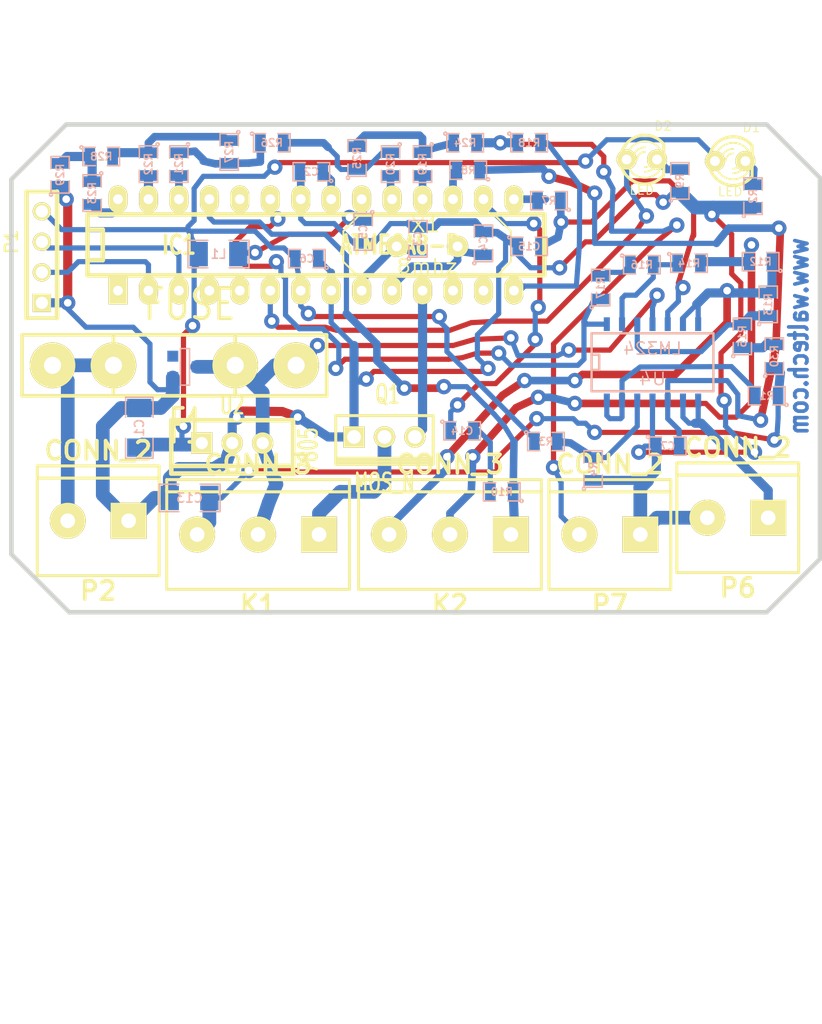
<source format=kicad_pcb>
(kicad_pcb (version 3) (host pcbnew "(2013-07-07 BZR 4022)-stable")

  (general
    (links 101)
    (no_connects 0)
    (area 139.184743 73.5584 214.818685 155.3718)
    (thickness 1.6)
    (drawings 31)
    (tracks 625)
    (zones 0)
    (modules 53)
    (nets 46)
  )

  (page A4)
  (layers
    (15 Component signal)
    (0 Copper signal)
    (16 B.Adhes user)
    (17 F.Adhes user)
    (18 B.Paste user)
    (19 F.Paste user)
    (20 B.SilkS user)
    (21 F.SilkS user)
    (22 B.Mask user)
    (23 F.Mask user)
    (24 Dwgs.User user)
    (25 Cmts.User user)
    (26 Eco1.User user)
    (27 Eco2.User user)
    (28 Edge.Cuts user)
  )

  (setup
    (last_trace_width 0.254)
    (trace_clearance 0.254)
    (zone_clearance 0.508)
    (zone_45_only no)
    (trace_min 0.254)
    (segment_width 0.254)
    (edge_width 0.381)
    (via_size 0.889)
    (via_drill 0.635)
    (via_min_size 0.889)
    (via_min_drill 0.508)
    (uvia_size 0.508)
    (uvia_drill 0.127)
    (uvias_allowed no)
    (uvia_min_size 0.508)
    (uvia_min_drill 0.127)
    (pcb_text_width 0.3048)
    (pcb_text_size 1.524 2.032)
    (mod_edge_width 0.254)
    (mod_text_size 1.524 1.524)
    (mod_text_width 0.3048)
    (pad_size 2.032 5.08)
    (pad_drill 0)
    (pad_to_mask_clearance 0.2)
    (aux_axis_origin 204.216 131.445)
    (visible_elements FFFFFFBF)
    (pcbplotparams
      (layerselection 3178497)
      (usegerberextensions true)
      (excludeedgelayer true)
      (linewidth 0.100000)
      (plotframeref false)
      (viasonmask false)
      (mode 1)
      (useauxorigin false)
      (hpglpennumber 1)
      (hpglpenspeed 20)
      (hpglpendiameter 15)
      (hpglpenoverlay 2)
      (psnegative false)
      (psa4output false)
      (plotreference true)
      (plotvalue true)
      (plotothertext true)
      (plotinvisibletext false)
      (padsonsilk false)
      (subtractmaskfromsilk false)
      (outputformat 1)
      (mirror false)
      (drillshape 1)
      (scaleselection 1)
      (outputdirectory ""))
  )

  (net 0 "")
  (net 1 /bit0)
  (net 2 /bit1)
  (net 3 /bit2)
  (net 4 /bit3)
  (net 5 /bit4)
  (net 6 /bit5)
  (net 7 /nernst)
  (net 8 /pump)
  (net 9 /pump-adc)
  (net 10 /rcal)
  (net 11 /vref)
  (net 12 N-000001)
  (net 13 N-000002)
  (net 14 N-000007)
  (net 15 N-000008)
  (net 16 N-000009)
  (net 17 N-000010)
  (net 18 N-000011)
  (net 19 N-000012)
  (net 20 N-000015)
  (net 21 N-000016)
  (net 22 N-000017)
  (net 23 N-000018)
  (net 24 N-000019)
  (net 25 N-000020)
  (net 26 N-000021)
  (net 27 N-000022)
  (net 28 N-000023)
  (net 29 N-000024)
  (net 30 N-000025)
  (net 31 N-000026)
  (net 32 N-000027)
  (net 33 N-000028)
  (net 34 N-000029)
  (net 35 N-000030)
  (net 36 N-000035)
  (net 37 N-000036)
  (net 38 N-000037)
  (net 39 N-000038)
  (net 40 N-000042)
  (net 41 N-000043)
  (net 42 N-000044)
  (net 43 N-000045)
  (net 44 VDD)
  (net 45 VSS)

  (net_class Default "This is the default net class."
    (clearance 0.254)
    (trace_width 0.254)
    (via_dia 0.889)
    (via_drill 0.635)
    (uvia_dia 0.508)
    (uvia_drill 0.127)
    (add_net "")
    (add_net /bit0)
    (add_net /bit1)
    (add_net /bit2)
    (add_net /bit3)
    (add_net /bit4)
    (add_net /bit5)
    (add_net /nernst)
    (add_net /pump)
    (add_net /pump-adc)
    (add_net /rcal)
    (add_net /vref)
    (add_net N-000001)
    (add_net N-000002)
    (add_net N-000007)
    (add_net N-000008)
    (add_net N-000009)
    (add_net N-000010)
    (add_net N-000011)
    (add_net N-000012)
    (add_net N-000015)
    (add_net N-000016)
    (add_net N-000017)
    (add_net N-000018)
    (add_net N-000019)
    (add_net N-000020)
    (add_net N-000021)
    (add_net N-000022)
    (add_net N-000023)
    (add_net N-000024)
    (add_net N-000025)
    (add_net N-000026)
    (add_net N-000027)
    (add_net N-000028)
    (add_net N-000029)
    (add_net N-000030)
    (add_net N-000035)
    (add_net N-000036)
    (add_net N-000037)
    (add_net N-000038)
    (add_net N-000042)
    (add_net N-000043)
    (add_net N-000044)
    (add_net N-000045)
    (add_net VDD)
    (add_net VSS)
  )

  (module TO220GDS (layer Component) (tedit 4C8C20AA) (tstamp 4C8954FF)
    (at 171.958 107.95 270)
    (descr "Transistor VMOS Irf530, TO220")
    (tags "TR TO220 DEV")
    (path /4C8954FF)
    (fp_text reference Q1 (at -3.556 -0.254 360) (layer F.SilkS)
      (effects (font (size 1.524 1.016) (thickness 0.2032)))
    )
    (fp_text value MOS_N (at 3.81 0 360) (layer F.SilkS)
      (effects (font (size 1.524 1.016) (thickness 0.2032)))
    )
    (fp_line (start 2.032 -3.81) (end 2.032 4.064) (layer F.SilkS) (width 0.254))
    (fp_line (start 1.778 -4.064) (end 2.286 -4.064) (layer F.SilkS) (width 0.254))
    (fp_line (start 2.286 -4.064) (end 2.286 4.064) (layer F.SilkS) (width 0.254))
    (fp_line (start 2.286 4.064) (end 1.778 4.064) (layer F.SilkS) (width 0.254))
    (fp_line (start -1.778 -4.064) (end 1.778 -4.064) (layer F.SilkS) (width 0.254))
    (fp_line (start 1.778 -4.064) (end 1.778 4.064) (layer F.SilkS) (width 0.254))
    (fp_line (start 1.778 4.064) (end -1.778 4.064) (layer F.SilkS) (width 0.254))
    (fp_line (start -1.778 4.064) (end -1.778 -4.064) (layer F.SilkS) (width 0.254))
    (pad G thru_hole circle (at 0 -2.54 270) (size 1.778 1.778) (drill 1.143)
      (layers *.Cu *.Mask F.SilkS)
      (net 35 N-000030)
    )
    (pad D thru_hole circle (at 0 0 270) (size 1.778 1.778) (drill 1.143)
      (layers *.Cu *.Mask F.SilkS)
      (net 19 N-000012)
    )
    (pad S thru_hole rect (at 0 2.54 270) (size 1.778 1.778) (drill 1.143)
      (layers *.Cu *.Mask F.SilkS)
      (net 45 VSS)
    )
    (model discret/to220_vert.wrl
      (at (xyz 0 0 0))
      (scale (xyz 1 1 1))
      (rotate (xyz 0 0 0))
    )
  )

  (module FUSE5-20 (layer Component) (tedit 4C7E94ED) (tstamp 4C8958E7)
    (at 154.432 101.981)
    (descr "Support fusible 5 x 20")
    (tags DEV)
    (path /4C8958E7)
    (fp_text reference F1 (at 1.016 5.08) (layer F.SilkS)
      (effects (font (size 2.83464 1.59512) (thickness 0.3048)))
    )
    (fp_text value FUSE (at 1.27 -5.08) (layer F.SilkS)
      (effects (font (size 2.54 2.032) (thickness 0.3048)))
    )
    (fp_line (start -12.7 -2.54) (end 12.7 -2.54) (layer F.SilkS) (width 0.3048))
    (fp_line (start 12.7 -2.54) (end 12.7 2.54) (layer F.SilkS) (width 0.3048))
    (fp_line (start 12.7 2.54) (end -12.7 2.54) (layer F.SilkS) (width 0.3048))
    (fp_line (start -12.7 2.54) (end -12.7 -2.54) (layer F.SilkS) (width 0.3048))
    (fp_line (start -5.08 -2.54) (end -5.08 2.54) (layer F.SilkS) (width 0.3048))
    (fp_line (start 5.08 -2.54) (end 5.08 2.54) (layer F.SilkS) (width 0.3048))
    (pad 1 thru_hole circle (at -10.16 0) (size 3.81 3.81) (drill 1.4224)
      (layers *.Cu *.Mask F.SilkS)
      (net 31 N-000026)
    )
    (pad 1 thru_hole circle (at -5.08 0) (size 3.81 3.81) (drill 1.4224)
      (layers *.Cu *.Mask F.SilkS)
      (net 31 N-000026)
    )
    (pad 2 thru_hole circle (at 5.08 0) (size 3.81 3.81) (drill 1.4224)
      (layers *.Cu *.Mask F.SilkS)
      (net 44 VDD)
    )
    (pad 2 thru_hole circle (at 10.16 0) (size 3.81 3.81) (drill 1.4224)
      (layers *.Cu *.Mask F.SilkS)
      (net 44 VDD)
    )
    (model WALTECH-3d/fuse-1.wrl
      (at (xyz 0 0 0))
      (scale (xyz 1 1 1))
      (rotate (xyz 0 0 0))
    )
  )

  (module HC-18UV-short (layer Component) (tedit 42899E71) (tstamp 4C895526)
    (at 175.514 92.075)
    (descr "Quartz boitier HC-18U vertical")
    (tags "QUARTZ DEV")
    (path /4C895526)
    (autoplace_cost180 10)
    (fp_text reference X1 (at -0.127 -1.778) (layer F.SilkS)
      (effects (font (size 1.143 1.27) (thickness 0.1524)))
    )
    (fp_text value 8mhz (at 0 1.651) (layer F.SilkS)
      (effects (font (size 1.143 1.27) (thickness 0.1524)))
    )
    (fp_line (start -6.985 -1.27) (end -5.715 -2.54) (layer F.SilkS) (width 0.1524))
    (fp_line (start 5.715 -2.54) (end 6.985 -1.27) (layer F.SilkS) (width 0.1524))
    (fp_line (start 6.985 1.27) (end 5.715 2.54) (layer F.SilkS) (width 0.1524))
    (fp_line (start -6.985 1.27) (end -5.715 2.54) (layer F.SilkS) (width 0.1524))
    (fp_line (start -5.715 -2.54) (end 5.715 -2.54) (layer F.SilkS) (width 0.1524))
    (fp_line (start -6.985 -1.27) (end -6.985 1.27) (layer F.SilkS) (width 0.1524))
    (fp_line (start -5.715 2.54) (end 5.715 2.54) (layer F.SilkS) (width 0.1524))
    (fp_line (start 6.985 1.27) (end 6.985 -1.27) (layer F.SilkS) (width 0.1524))
    (pad 1 thru_hole circle (at -2.54 0) (size 1.778 1.778) (drill 0.8128)
      (layers *.Cu *.Mask F.SilkS)
      (net 43 N-000045)
    )
    (pad 2 thru_hole circle (at 2.54 0) (size 1.778 1.778) (drill 0.8128)
      (layers *.Cu *.Mask F.SilkS)
      (net 42 N-000044)
    )
    (model discret/crystal_hc18u_vertical-short.wrl
      (at (xyz 0 0 0))
      (scale (xyz 1 1 1))
      (rotate (xyz 0 0 0))
    )
  )

  (module SM0805 (layer Copper) (tedit 42806E04) (tstamp 4C87ECB6)
    (at 185.42 108.331)
    (path /4C87ECB6)
    (attr smd)
    (fp_text reference R3 (at 0 0) (layer B.SilkS)
      (effects (font (size 0.635 0.635) (thickness 0.127)) (justify mirror))
    )
    (fp_text value 18k (at 0 0) (layer B.SilkS) hide
      (effects (font (size 0.635 0.635) (thickness 0.127)) (justify mirror))
    )
    (fp_circle (center -1.651 -0.762) (end -1.651 -0.635) (layer B.SilkS) (width 0.127))
    (fp_line (start -0.508 -0.762) (end -1.524 -0.762) (layer B.SilkS) (width 0.127))
    (fp_line (start -1.524 -0.762) (end -1.524 0.762) (layer B.SilkS) (width 0.127))
    (fp_line (start -1.524 0.762) (end -0.508 0.762) (layer B.SilkS) (width 0.127))
    (fp_line (start 0.508 0.762) (end 1.524 0.762) (layer B.SilkS) (width 0.127))
    (fp_line (start 1.524 0.762) (end 1.524 -0.762) (layer B.SilkS) (width 0.127))
    (fp_line (start 1.524 -0.762) (end 0.508 -0.762) (layer B.SilkS) (width 0.127))
    (pad 1 smd rect (at -0.9525 0) (size 0.889 1.397)
      (layers Copper B.Paste B.Mask)
      (net 12 N-000001)
    )
    (pad 2 smd rect (at 0.9525 0) (size 0.889 1.397)
      (layers Copper B.Paste B.Mask)
      (net 28 N-000023)
    )
    (model smd/chip_cms.wrl
      (at (xyz 0 0 0))
      (scale (xyz 0.1 0.1 0.1))
      (rotate (xyz 0 0 0))
    )
  )

  (module SM0805 (layer Copper) (tedit 42806E04) (tstamp 4C87EC4E)
    (at 202.692 87.884 90)
    (path /4C87EC4E)
    (attr smd)
    (fp_text reference R2 (at 0 0 90) (layer B.SilkS)
      (effects (font (size 0.635 0.635) (thickness 0.127)) (justify mirror))
    )
    (fp_text value 1.8k (at 0 0 90) (layer B.SilkS) hide
      (effects (font (size 0.635 0.635) (thickness 0.127)) (justify mirror))
    )
    (fp_circle (center -1.651 -0.762) (end -1.651 -0.635) (layer B.SilkS) (width 0.127))
    (fp_line (start -0.508 -0.762) (end -1.524 -0.762) (layer B.SilkS) (width 0.127))
    (fp_line (start -1.524 -0.762) (end -1.524 0.762) (layer B.SilkS) (width 0.127))
    (fp_line (start -1.524 0.762) (end -0.508 0.762) (layer B.SilkS) (width 0.127))
    (fp_line (start 0.508 0.762) (end 1.524 0.762) (layer B.SilkS) (width 0.127))
    (fp_line (start 1.524 0.762) (end 1.524 -0.762) (layer B.SilkS) (width 0.127))
    (fp_line (start 1.524 -0.762) (end 0.508 -0.762) (layer B.SilkS) (width 0.127))
    (pad 1 smd rect (at -0.9525 0 90) (size 0.889 1.397)
      (layers Copper B.Paste B.Mask)
      (net 45 VSS)
    )
    (pad 2 smd rect (at 0.9525 0 90) (size 0.889 1.397)
      (layers Copper B.Paste B.Mask)
      (net 30 N-000025)
    )
    (model smd/chip_cms.wrl
      (at (xyz 0 0 0))
      (scale (xyz 0.1 0.1 0.1))
      (rotate (xyz 0 0 0))
    )
  )

  (module SM0805 (layer Copper) (tedit 42806E04) (tstamp 4C87ECB4)
    (at 203.835 104.521 180)
    (path /4C87ECB4)
    (attr smd)
    (fp_text reference R1 (at 0 0 180) (layer B.SilkS)
      (effects (font (size 0.635 0.635) (thickness 0.127)) (justify mirror))
    )
    (fp_text value 100 (at 0 0 180) (layer B.SilkS) hide
      (effects (font (size 0.635 0.635) (thickness 0.127)) (justify mirror))
    )
    (fp_circle (center -1.651 -0.762) (end -1.651 -0.635) (layer B.SilkS) (width 0.127))
    (fp_line (start -0.508 -0.762) (end -1.524 -0.762) (layer B.SilkS) (width 0.127))
    (fp_line (start -1.524 -0.762) (end -1.524 0.762) (layer B.SilkS) (width 0.127))
    (fp_line (start -1.524 0.762) (end -0.508 0.762) (layer B.SilkS) (width 0.127))
    (fp_line (start 0.508 0.762) (end 1.524 0.762) (layer B.SilkS) (width 0.127))
    (fp_line (start 1.524 0.762) (end 1.524 -0.762) (layer B.SilkS) (width 0.127))
    (fp_line (start 1.524 -0.762) (end 0.508 -0.762) (layer B.SilkS) (width 0.127))
    (pad 1 smd rect (at -0.9525 0 180) (size 0.889 1.397)
      (layers Copper B.Paste B.Mask)
      (net 11 /vref)
    )
    (pad 2 smd rect (at 0.9525 0 180) (size 0.889 1.397)
      (layers Copper B.Paste B.Mask)
      (net 33 N-000028)
    )
    (model smd/chip_cms.wrl
      (at (xyz 0 0 0))
      (scale (xyz 0.1 0.1 0.1))
      (rotate (xyz 0 0 0))
    )
  )

  (module SM0805 (layer Copper) (tedit 42806E04) (tstamp 4C895A19)
    (at 165.481 93.091 180)
    (path /4C895A19)
    (attr smd)
    (fp_text reference C6 (at 0 0 180) (layer B.SilkS)
      (effects (font (size 0.635 0.635) (thickness 0.127)) (justify mirror))
    )
    (fp_text value .1 (at 0 0 180) (layer B.SilkS) hide
      (effects (font (size 0.635 0.635) (thickness 0.127)) (justify mirror))
    )
    (fp_circle (center -1.651 -0.762) (end -1.651 -0.635) (layer B.SilkS) (width 0.127))
    (fp_line (start -0.508 -0.762) (end -1.524 -0.762) (layer B.SilkS) (width 0.127))
    (fp_line (start -1.524 -0.762) (end -1.524 0.762) (layer B.SilkS) (width 0.127))
    (fp_line (start -1.524 0.762) (end -0.508 0.762) (layer B.SilkS) (width 0.127))
    (fp_line (start 0.508 0.762) (end 1.524 0.762) (layer B.SilkS) (width 0.127))
    (fp_line (start 1.524 0.762) (end 1.524 -0.762) (layer B.SilkS) (width 0.127))
    (fp_line (start 1.524 -0.762) (end 0.508 -0.762) (layer B.SilkS) (width 0.127))
    (pad 1 smd rect (at -0.9525 0 180) (size 0.889 1.397)
      (layers Copper B.Paste B.Mask)
      (net 45 VSS)
    )
    (pad 2 smd rect (at 0.9525 0 180) (size 0.889 1.397)
      (layers Copper B.Paste B.Mask)
      (net 12 N-000001)
    )
    (model smd/chip_cms.wrl
      (at (xyz 0 0 0))
      (scale (xyz 0.1 0.1 0.1))
      (rotate (xyz 0 0 0))
    )
  )

  (module SM0805 (layer Copper) (tedit 42806E04) (tstamp 4C8955B0)
    (at 170.18 90.8685 270)
    (path /4C8955B0)
    (attr smd)
    (fp_text reference C5 (at 0 0 270) (layer B.SilkS)
      (effects (font (size 0.635 0.635) (thickness 0.127)) (justify mirror))
    )
    (fp_text value .1 (at 0 0 270) (layer B.SilkS) hide
      (effects (font (size 0.635 0.635) (thickness 0.127)) (justify mirror))
    )
    (fp_circle (center -1.651 -0.762) (end -1.651 -0.635) (layer B.SilkS) (width 0.127))
    (fp_line (start -0.508 -0.762) (end -1.524 -0.762) (layer B.SilkS) (width 0.127))
    (fp_line (start -1.524 -0.762) (end -1.524 0.762) (layer B.SilkS) (width 0.127))
    (fp_line (start -1.524 0.762) (end -0.508 0.762) (layer B.SilkS) (width 0.127))
    (fp_line (start 0.508 0.762) (end 1.524 0.762) (layer B.SilkS) (width 0.127))
    (fp_line (start 1.524 0.762) (end 1.524 -0.762) (layer B.SilkS) (width 0.127))
    (fp_line (start 1.524 -0.762) (end 0.508 -0.762) (layer B.SilkS) (width 0.127))
    (pad 1 smd rect (at -0.9525 0 270) (size 0.889 1.397)
      (layers Copper B.Paste B.Mask)
      (net 41 N-000043)
    )
    (pad 2 smd rect (at 0.9525 0 270) (size 0.889 1.397)
      (layers Copper B.Paste B.Mask)
      (net 45 VSS)
    )
    (model smd/chip_cms.wrl
      (at (xyz 0 0 0))
      (scale (xyz 0.1 0.1 0.1))
      (rotate (xyz 0 0 0))
    )
  )

  (module SM0805 (layer Copper) (tedit 42806E04) (tstamp 4C895569)
    (at 180.213 91.821 90)
    (path /4C895569)
    (attr smd)
    (fp_text reference C4 (at 0 0 90) (layer B.SilkS)
      (effects (font (size 0.635 0.635) (thickness 0.127)) (justify mirror))
    )
    (fp_text value 229 (at 0 0 90) (layer B.SilkS) hide
      (effects (font (size 0.635 0.635) (thickness 0.127)) (justify mirror))
    )
    (fp_circle (center -1.651 -0.762) (end -1.651 -0.635) (layer B.SilkS) (width 0.127))
    (fp_line (start -0.508 -0.762) (end -1.524 -0.762) (layer B.SilkS) (width 0.127))
    (fp_line (start -1.524 -0.762) (end -1.524 0.762) (layer B.SilkS) (width 0.127))
    (fp_line (start -1.524 0.762) (end -0.508 0.762) (layer B.SilkS) (width 0.127))
    (fp_line (start 0.508 0.762) (end 1.524 0.762) (layer B.SilkS) (width 0.127))
    (fp_line (start 1.524 0.762) (end 1.524 -0.762) (layer B.SilkS) (width 0.127))
    (fp_line (start 1.524 -0.762) (end 0.508 -0.762) (layer B.SilkS) (width 0.127))
    (pad 1 smd rect (at -0.9525 0 90) (size 0.889 1.397)
      (layers Copper B.Paste B.Mask)
      (net 42 N-000044)
    )
    (pad 2 smd rect (at 0.9525 0 90) (size 0.889 1.397)
      (layers Copper B.Paste B.Mask)
      (net 45 VSS)
    )
    (model smd/chip_cms.wrl
      (at (xyz 0 0 0))
      (scale (xyz 0.1 0.1 0.1))
      (rotate (xyz 0 0 0))
    )
  )

  (module SM0805 (layer Copper) (tedit 42806E04) (tstamp 4C895560)
    (at 174.752 91.44 90)
    (path /4C895560)
    (attr smd)
    (fp_text reference C3 (at 0 0 90) (layer B.SilkS)
      (effects (font (size 0.635 0.635) (thickness 0.127)) (justify mirror))
    )
    (fp_text value 22p (at 0 0 90) (layer B.SilkS) hide
      (effects (font (size 0.635 0.635) (thickness 0.127)) (justify mirror))
    )
    (fp_circle (center -1.651 -0.762) (end -1.651 -0.635) (layer B.SilkS) (width 0.127))
    (fp_line (start -0.508 -0.762) (end -1.524 -0.762) (layer B.SilkS) (width 0.127))
    (fp_line (start -1.524 -0.762) (end -1.524 0.762) (layer B.SilkS) (width 0.127))
    (fp_line (start -1.524 0.762) (end -0.508 0.762) (layer B.SilkS) (width 0.127))
    (fp_line (start 0.508 0.762) (end 1.524 0.762) (layer B.SilkS) (width 0.127))
    (fp_line (start 1.524 0.762) (end 1.524 -0.762) (layer B.SilkS) (width 0.127))
    (fp_line (start 1.524 -0.762) (end 0.508 -0.762) (layer B.SilkS) (width 0.127))
    (pad 1 smd rect (at -0.9525 0 90) (size 0.889 1.397)
      (layers Copper B.Paste B.Mask)
      (net 43 N-000045)
    )
    (pad 2 smd rect (at 0.9525 0 90) (size 0.889 1.397)
      (layers Copper B.Paste B.Mask)
      (net 45 VSS)
    )
    (model smd/chip_cms.wrl
      (at (xyz 0 0 0))
      (scale (xyz 0.1 0.1 0.1))
      (rotate (xyz 0 0 0))
    )
  )

  (module SM0805 (layer Copper) (tedit 42806E04) (tstamp 4C8955CF)
    (at 165.862 85.852 180)
    (path /4C8955CF)
    (attr smd)
    (fp_text reference C2 (at 0 0 180) (layer B.SilkS)
      (effects (font (size 0.635 0.635) (thickness 0.127)) (justify mirror))
    )
    (fp_text value 1uf (at 0 0 180) (layer B.SilkS) hide
      (effects (font (size 0.635 0.635) (thickness 0.127)) (justify mirror))
    )
    (fp_circle (center -1.651 -0.762) (end -1.651 -0.635) (layer B.SilkS) (width 0.127))
    (fp_line (start -0.508 -0.762) (end -1.524 -0.762) (layer B.SilkS) (width 0.127))
    (fp_line (start -1.524 -0.762) (end -1.524 0.762) (layer B.SilkS) (width 0.127))
    (fp_line (start -1.524 0.762) (end -0.508 0.762) (layer B.SilkS) (width 0.127))
    (fp_line (start 0.508 0.762) (end 1.524 0.762) (layer B.SilkS) (width 0.127))
    (fp_line (start 1.524 0.762) (end 1.524 -0.762) (layer B.SilkS) (width 0.127))
    (fp_line (start 1.524 -0.762) (end 0.508 -0.762) (layer B.SilkS) (width 0.127))
    (pad 1 smd rect (at -0.9525 0 180) (size 0.889 1.397)
      (layers Copper B.Paste B.Mask)
      (net 27 N-000022)
    )
    (pad 2 smd rect (at 0.9525 0 180) (size 0.889 1.397)
      (layers Copper B.Paste B.Mask)
      (net 45 VSS)
    )
    (model smd/chip_cms.wrl
      (at (xyz 0 0 0))
      (scale (xyz 0.1 0.1 0.1))
      (rotate (xyz 0 0 0))
    )
  )

  (module SM1206 (layer Copper) (tedit 42806E24) (tstamp 4C895603)
    (at 158.115 92.71 180)
    (path /4C895603)
    (attr smd)
    (fp_text reference L1 (at 0 0 180) (layer B.SilkS)
      (effects (font (size 0.762 0.762) (thickness 0.127)) (justify mirror))
    )
    (fp_text value 10mh (at 0 0 180) (layer B.SilkS) hide
      (effects (font (size 0.762 0.762) (thickness 0.127)) (justify mirror))
    )
    (fp_line (start -2.54 1.143) (end -2.54 -1.143) (layer B.SilkS) (width 0.127))
    (fp_line (start -2.54 -1.143) (end -0.889 -1.143) (layer B.SilkS) (width 0.127))
    (fp_line (start 0.889 1.143) (end 2.54 1.143) (layer B.SilkS) (width 0.127))
    (fp_line (start 2.54 1.143) (end 2.54 -1.143) (layer B.SilkS) (width 0.127))
    (fp_line (start 2.54 -1.143) (end 0.889 -1.143) (layer B.SilkS) (width 0.127))
    (fp_line (start -0.889 1.143) (end -2.54 1.143) (layer B.SilkS) (width 0.127))
    (pad 1 smd rect (at -1.651 0 180) (size 1.524 2.032)
      (layers Copper B.Paste B.Mask)
      (net 41 N-000043)
    )
    (pad 2 smd rect (at 1.651 0 180) (size 1.524 2.032)
      (layers Copper B.Paste B.Mask)
      (net 12 N-000001)
    )
    (model smd/chip_cms.wrl
      (at (xyz 0 0 0))
      (scale (xyz 0.17 0.16 0.16))
      (rotate (xyz 0 0 0))
    )
  )

  (module SM1206 (layer Copper) (tedit 42806E24) (tstamp 4C87EC33)
    (at 151.511 107.188 90)
    (path /4C87EC33)
    (attr smd)
    (fp_text reference C1 (at 0 0 90) (layer B.SilkS)
      (effects (font (size 0.762 0.762) (thickness 0.127)) (justify mirror))
    )
    (fp_text value 10uf (at 0 0 90) (layer B.SilkS) hide
      (effects (font (size 0.762 0.762) (thickness 0.127)) (justify mirror))
    )
    (fp_line (start -2.54 1.143) (end -2.54 -1.143) (layer B.SilkS) (width 0.127))
    (fp_line (start -2.54 -1.143) (end -0.889 -1.143) (layer B.SilkS) (width 0.127))
    (fp_line (start 0.889 1.143) (end 2.54 1.143) (layer B.SilkS) (width 0.127))
    (fp_line (start 2.54 1.143) (end 2.54 -1.143) (layer B.SilkS) (width 0.127))
    (fp_line (start 2.54 -1.143) (end 0.889 -1.143) (layer B.SilkS) (width 0.127))
    (fp_line (start -0.889 1.143) (end -2.54 1.143) (layer B.SilkS) (width 0.127))
    (pad 1 smd rect (at -1.651 0 90) (size 1.524 2.032)
      (layers Copper B.Paste B.Mask)
      (net 12 N-000001)
    )
    (pad 2 smd rect (at 1.651 0 90) (size 1.524 2.032)
      (layers Copper B.Paste B.Mask)
      (net 45 VSS)
    )
    (model smd/chip_cms.wrl
      (at (xyz 0 0 0))
      (scale (xyz 0.17 0.16 0.16))
      (rotate (xyz 0 0 0))
    )
  )

  (module DIP-28__300_ELL (layer Component) (tedit 200000) (tstamp 4C893DF4)
    (at 166.243 91.948)
    (descr "28 pins DIL package, elliptical pads, width 300mil")
    (tags DIL)
    (path /4C893DF4)
    (fp_text reference IC1 (at -11.43 0) (layer F.SilkS)
      (effects (font (size 1.524 1.143) (thickness 0.3048)))
    )
    (fp_text value ATMEGA8-P (at 6.985 0) (layer F.SilkS)
      (effects (font (size 1.524 1.143) (thickness 0.3048)))
    )
    (fp_line (start -19.05 -2.54) (end 19.05 -2.54) (layer F.SilkS) (width 0.381))
    (fp_line (start 19.05 -2.54) (end 19.05 2.54) (layer F.SilkS) (width 0.381))
    (fp_line (start 19.05 2.54) (end -19.05 2.54) (layer F.SilkS) (width 0.381))
    (fp_line (start -19.05 2.54) (end -19.05 -2.54) (layer F.SilkS) (width 0.381))
    (fp_line (start -19.05 -1.27) (end -17.78 -1.27) (layer F.SilkS) (width 0.381))
    (fp_line (start -17.78 -1.27) (end -17.78 1.27) (layer F.SilkS) (width 0.381))
    (fp_line (start -17.78 1.27) (end -19.05 1.27) (layer F.SilkS) (width 0.381))
    (pad 2 thru_hole oval (at -13.97 3.81) (size 1.5748 2.286) (drill 0.8128)
      (layers *.Cu *.Mask F.SilkS)
      (net 32 N-000027)
    )
    (pad 3 thru_hole oval (at -11.43 3.81) (size 1.5748 2.286) (drill 0.8128)
      (layers *.Cu *.Mask F.SilkS)
      (net 29 N-000024)
    )
    (pad 4 thru_hole oval (at -8.89 3.81) (size 1.5748 2.286) (drill 0.8128)
      (layers *.Cu *.Mask F.SilkS)
    )
    (pad 5 thru_hole oval (at -6.35 3.81) (size 1.5748 2.286) (drill 0.8128)
      (layers *.Cu *.Mask F.SilkS)
    )
    (pad 6 thru_hole oval (at -3.81 3.81) (size 1.5748 2.286) (drill 0.8128)
      (layers *.Cu *.Mask F.SilkS)
      (net 21 N-000016)
    )
    (pad 7 thru_hole oval (at -1.27 3.81) (size 1.5748 2.286) (drill 0.8128)
      (layers *.Cu *.Mask F.SilkS)
      (net 12 N-000001)
    )
    (pad 8 thru_hole oval (at 1.27 3.81) (size 1.5748 2.286) (drill 0.8128)
      (layers *.Cu *.Mask F.SilkS)
      (net 45 VSS)
    )
    (pad 9 thru_hole oval (at 3.81 3.81) (size 1.5748 2.286) (drill 0.8128)
      (layers *.Cu *.Mask F.SilkS)
      (net 43 N-000045)
    )
    (pad 10 thru_hole oval (at 6.35 3.81) (size 1.5748 2.286) (drill 0.8128)
      (layers *.Cu *.Mask F.SilkS)
      (net 42 N-000044)
    )
    (pad 11 thru_hole oval (at 8.89 3.81) (size 1.5748 2.286) (drill 0.8128)
      (layers *.Cu *.Mask F.SilkS)
      (net 35 N-000030)
    )
    (pad 12 thru_hole oval (at 11.43 3.81) (size 1.5748 2.286) (drill 0.8128)
      (layers *.Cu *.Mask F.SilkS)
    )
    (pad 13 thru_hole oval (at 13.97 3.81) (size 1.5748 2.286) (drill 0.8128)
      (layers *.Cu *.Mask F.SilkS)
    )
    (pad 14 thru_hole oval (at 16.51 3.81) (size 1.5748 2.286) (drill 0.8128)
      (layers *.Cu *.Mask F.SilkS)
      (net 6 /bit5)
    )
    (pad 1 thru_hole rect (at -16.51 3.81) (size 1.5748 2.286) (drill 0.8128)
      (layers *.Cu *.Mask F.SilkS)
    )
    (pad 15 thru_hole oval (at 16.51 -3.81) (size 1.5748 2.286) (drill 0.8128)
      (layers *.Cu *.Mask F.SilkS)
      (net 26 N-000021)
    )
    (pad 16 thru_hole oval (at 13.97 -3.81) (size 1.5748 2.286) (drill 0.8128)
      (layers *.Cu *.Mask F.SilkS)
      (net 25 N-000020)
    )
    (pad 17 thru_hole oval (at 11.43 -3.81) (size 1.5748 2.286) (drill 0.8128)
      (layers *.Cu *.Mask F.SilkS)
      (net 34 N-000029)
    )
    (pad 18 thru_hole oval (at 8.89 -3.81) (size 1.5748 2.286) (drill 0.8128)
      (layers *.Cu *.Mask F.SilkS)
      (net 5 /bit4)
    )
    (pad 19 thru_hole oval (at 6.35 -3.81) (size 1.5748 2.286) (drill 0.8128)
      (layers *.Cu *.Mask F.SilkS)
      (net 4 /bit3)
    )
    (pad 20 thru_hole oval (at 3.81 -3.81) (size 1.5748 2.286) (drill 0.8128)
      (layers *.Cu *.Mask F.SilkS)
      (net 41 N-000043)
    )
    (pad 21 thru_hole oval (at 1.27 -3.81) (size 1.5748 2.286) (drill 0.8128)
      (layers *.Cu *.Mask F.SilkS)
      (net 27 N-000022)
    )
    (pad 22 thru_hole oval (at -1.27 -3.81) (size 1.5748 2.286) (drill 0.8128)
      (layers *.Cu *.Mask F.SilkS)
      (net 45 VSS)
    )
    (pad 23 thru_hole oval (at -3.81 -3.81) (size 1.5748 2.286) (drill 0.8128)
      (layers *.Cu *.Mask F.SilkS)
      (net 9 /pump-adc)
    )
    (pad 24 thru_hole oval (at -6.35 -3.81) (size 1.5748 2.286) (drill 0.8128)
      (layers *.Cu *.Mask F.SilkS)
    )
    (pad 25 thru_hole oval (at -8.89 -3.81) (size 1.5748 2.286) (drill 0.8128)
      (layers *.Cu *.Mask F.SilkS)
      (net 7 /nernst)
    )
    (pad 26 thru_hole oval (at -11.43 -3.81) (size 1.5748 2.286) (drill 0.8128)
      (layers *.Cu *.Mask F.SilkS)
      (net 3 /bit2)
    )
    (pad 27 thru_hole oval (at -13.97 -3.81) (size 1.5748 2.286) (drill 0.8128)
      (layers *.Cu *.Mask F.SilkS)
      (net 2 /bit1)
    )
    (pad 28 thru_hole oval (at -16.51 -3.81) (size 1.5748 2.286) (drill 0.8128)
      (layers *.Cu *.Mask F.SilkS)
      (net 1 /bit0)
    )
    (model dil/dil_28-w300.wrl
      (at (xyz 0 0 0.1))
      (scale (xyz 1 1 1))
      (rotate (xyz 0 0 0))
    )
    (model sockets/soquete_28_300.wrl
      (at (xyz 0 0 -0.025))
      (scale (xyz 1 1 1))
      (rotate (xyz 0 0 0))
    )
  )

  (module SM0805 (layer Copper) (tedit 42806E04) (tstamp 4C895E38)
    (at 195.58 108.712)
    (path /4C895E38)
    (attr smd)
    (fp_text reference C7 (at 0 0) (layer B.SilkS)
      (effects (font (size 0.635 0.635) (thickness 0.127)) (justify mirror))
    )
    (fp_text value 1uf (at 0 0) (layer B.SilkS) hide
      (effects (font (size 0.635 0.635) (thickness 0.127)) (justify mirror))
    )
    (fp_circle (center -1.651 -0.762) (end -1.651 -0.635) (layer B.SilkS) (width 0.127))
    (fp_line (start -0.508 -0.762) (end -1.524 -0.762) (layer B.SilkS) (width 0.127))
    (fp_line (start -1.524 -0.762) (end -1.524 0.762) (layer B.SilkS) (width 0.127))
    (fp_line (start -1.524 0.762) (end -0.508 0.762) (layer B.SilkS) (width 0.127))
    (fp_line (start 0.508 0.762) (end 1.524 0.762) (layer B.SilkS) (width 0.127))
    (fp_line (start 1.524 0.762) (end 1.524 -0.762) (layer B.SilkS) (width 0.127))
    (fp_line (start 1.524 -0.762) (end 0.508 -0.762) (layer B.SilkS) (width 0.127))
    (pad 1 smd rect (at -0.9525 0) (size 0.889 1.397)
      (layers Copper B.Paste B.Mask)
      (net 45 VSS)
    )
    (pad 2 smd rect (at 0.9525 0) (size 0.889 1.397)
      (layers Copper B.Paste B.Mask)
      (net 40 N-000042)
    )
    (model smd/chip_cms.wrl
      (at (xyz 0 0 0))
      (scale (xyz 0.1 0.1 0.1))
      (rotate (xyz 0 0 0))
    )
  )

  (module SO14N (layer Copper) (tedit 42806FE5) (tstamp 4C897B2C)
    (at 194.31 101.854)
    (descr "Module CMS SOJ 14 pins Large")
    (tags "CMS SOJ")
    (path /4C897B2C)
    (attr smd)
    (fp_text reference U4 (at 0 1.27) (layer B.SilkS)
      (effects (font (size 1.016 1.143) (thickness 0.127)) (justify mirror))
    )
    (fp_text value LM324 (at 0 -1.27) (layer B.SilkS)
      (effects (font (size 1.016 1.016) (thickness 0.127)) (justify mirror))
    )
    (fp_line (start 5.08 2.286) (end 5.08 -2.54) (layer B.SilkS) (width 0.2032))
    (fp_line (start 5.08 -2.54) (end -5.08 -2.54) (layer B.SilkS) (width 0.2032))
    (fp_line (start -5.08 -2.54) (end -5.08 2.286) (layer B.SilkS) (width 0.2032))
    (fp_line (start -5.08 2.286) (end 5.08 2.286) (layer B.SilkS) (width 0.2032))
    (fp_line (start -5.08 0.508) (end -4.445 0.508) (layer B.SilkS) (width 0.2032))
    (fp_line (start -4.445 0.508) (end -4.445 -0.762) (layer B.SilkS) (width 0.2032))
    (fp_line (start -4.445 -0.762) (end -5.08 -0.762) (layer B.SilkS) (width 0.2032))
    (pad 1 smd rect (at -3.81 -3.302) (size 0.508 1.143)
      (layers Copper B.Paste B.Mask)
      (net 9 /pump-adc)
    )
    (pad 2 smd rect (at -2.54 -3.302) (size 0.508 1.143)
      (layers Copper B.Paste B.Mask)
      (net 20 N-000015)
    )
    (pad 3 smd rect (at -1.27 -3.302) (size 0.508 1.143)
      (layers Copper B.Paste B.Mask)
      (net 13 N-000002)
    )
    (pad 4 smd rect (at 0 -3.302) (size 0.508 1.143)
      (layers Copper B.Paste B.Mask)
      (net 44 VDD)
    )
    (pad 5 smd rect (at 1.27 -3.302) (size 0.508 1.143)
      (layers Copper B.Paste B.Mask)
      (net 39 N-000038)
    )
    (pad 6 smd rect (at 2.54 -3.302) (size 0.508 1.143)
      (layers Copper B.Paste B.Mask)
      (net 10 /rcal)
    )
    (pad 7 smd rect (at 3.81 -3.302) (size 0.508 1.143)
      (layers Copper B.Paste B.Mask)
      (net 10 /rcal)
    )
    (pad 8 smd rect (at 3.81 3.048) (size 0.508 1.143)
      (layers Copper B.Paste B.Mask)
      (net 22 N-000017)
    )
    (pad 9 smd rect (at 2.54 3.048) (size 0.508 1.143)
      (layers Copper B.Paste B.Mask)
      (net 22 N-000017)
    )
    (pad 11 smd rect (at 0 3.048) (size 0.508 1.143)
      (layers Copper B.Paste B.Mask)
      (net 45 VSS)
    )
    (pad 12 smd rect (at -1.27 3.048) (size 0.508 1.143)
      (layers Copper B.Paste B.Mask)
      (net 28 N-000023)
    )
    (pad 13 smd rect (at -2.54 3.048) (size 0.508 1.143)
      (layers Copper B.Paste B.Mask)
      (net 33 N-000028)
    )
    (pad 14 smd rect (at -3.81 3.048) (size 0.508 1.143)
      (layers Copper B.Paste B.Mask)
      (net 33 N-000028)
    )
    (pad 10 smd rect (at 1.27 3.048) (size 0.508 1.143)
      (layers Copper B.Paste B.Mask)
      (net 40 N-000042)
    )
    (model smd/cms_so14.wrl
      (at (xyz 0 0 0))
      (scale (xyz 0.5 0.4 0.5))
      (rotate (xyz 0 0 0))
    )
  )

  (module mors_2p (layer Component) (tedit 4C7E9191) (tstamp 4C89C2B9)
    (at 148.082 114.935 180)
    (descr "Terminal block 2 pins")
    (tags DEV)
    (path /4C89C2B9)
    (fp_text reference P2 (at 0 -5.842 180) (layer F.SilkS)
      (effects (font (size 1.524 1.524) (thickness 0.3048)))
    )
    (fp_text value CONN_2 (at 0 5.842 180) (layer F.SilkS)
      (effects (font (size 1.524 1.524) (thickness 0.3048)))
    )
    (fp_line (start 5.08 -3.81) (end 5.08 -4.572) (layer F.SilkS) (width 0.254))
    (fp_line (start 5.08 -4.572) (end -5.08 -4.572) (layer F.SilkS) (width 0.254))
    (fp_line (start -5.08 -4.572) (end -5.08 -3.81) (layer F.SilkS) (width 0.254))
    (fp_line (start 5.08 4.572) (end -5.08 4.572) (layer F.SilkS) (width 0.254))
    (fp_line (start -5.08 4.572) (end -5.08 3.556) (layer F.SilkS) (width 0.254))
    (fp_line (start -5.08 3.556) (end 5.08 3.556) (layer F.SilkS) (width 0.254))
    (fp_line (start 5.08 3.556) (end 5.08 4.572) (layer F.SilkS) (width 0.254))
    (fp_line (start 5.08 3.81) (end 5.08 -3.81) (layer F.SilkS) (width 0.254))
    (fp_line (start -5.08 -3.81) (end -5.08 3.81) (layer F.SilkS) (width 0.254))
    (pad 1 thru_hole rect (at -2.54 0 180) (size 2.99974 2.99974) (drill 1.2192)
      (layers *.Cu *.Mask F.SilkS)
      (net 45 VSS)
    )
    (pad 2 thru_hole circle (at 2.54 0 180) (size 2.99974 2.99974) (drill 1.2192)
      (layers *.Cu *.Mask F.SilkS)
      (net 31 N-000026)
    )
    (model walter/conn_screw/mors_2p.wrl
      (at (xyz 0 0 0))
      (scale (xyz 1 1 1))
      (rotate (xyz 0 0 0))
    )
  )

  (module mors_3p (layer Component) (tedit 4C7E8E47) (tstamp 4C89C2AF)
    (at 177.419 116.078 180)
    (descr "Terminal block 3 pins")
    (tags DEV)
    (path /4C89C2AF)
    (fp_text reference K2 (at 0 -5.842 180) (layer F.SilkS)
      (effects (font (size 1.524 1.524) (thickness 0.3048)))
    )
    (fp_text value CONN_3 (at 0 5.842 180) (layer F.SilkS)
      (effects (font (size 1.524 1.524) (thickness 0.3048)))
    )
    (fp_line (start -7.62 4.572) (end -7.62 3.556) (layer F.SilkS) (width 0.254))
    (fp_line (start -7.62 3.556) (end 7.62 3.556) (layer F.SilkS) (width 0.254))
    (fp_line (start 7.62 3.556) (end 7.62 4.572) (layer F.SilkS) (width 0.254))
    (fp_line (start 7.62 4.572) (end -7.62 4.572) (layer F.SilkS) (width 0.254))
    (fp_line (start -7.62 -4.572) (end -7.62 -3.81) (layer F.SilkS) (width 0.254))
    (fp_line (start -7.62 -4.572) (end 7.62 -4.572) (layer F.SilkS) (width 0.254))
    (fp_line (start 7.62 -4.572) (end 7.62 -3.81) (layer F.SilkS) (width 0.254))
    (fp_line (start -7.62 3.81) (end -7.62 -3.81) (layer F.SilkS) (width 0.254))
    (fp_line (start 7.62 3.81) (end 7.62 -3.81) (layer F.SilkS) (width 0.254))
    (pad 1 thru_hole rect (at -5.08 0 180) (size 2.99974 2.99974) (drill 1.2192)
      (layers *.Cu *.Mask F.SilkS)
      (net 7 /nernst)
    )
    (pad 2 thru_hole circle (at 0 0 180) (size 2.99974 2.99974) (drill 1.2192)
      (layers *.Cu *.Mask F.SilkS)
      (net 8 /pump)
    )
    (pad 3 thru_hole circle (at 5.08 0 180) (size 2.99974 2.99974) (drill 1.2192)
      (layers *.Cu *.Mask F.SilkS)
      (net 10 /rcal)
    )
    (model walter/conn_screw/mors_3p.wrl
      (at (xyz 0 0 0))
      (scale (xyz 1 1 1))
      (rotate (xyz 0 0 0))
    )
  )

  (module mors_3p (layer Component) (tedit 4C7E8E47) (tstamp 4C89C2A8)
    (at 161.417 116.078 180)
    (descr "Terminal block 3 pins")
    (tags DEV)
    (path /4C89C2A8)
    (fp_text reference K1 (at 0 -5.842 180) (layer F.SilkS)
      (effects (font (size 1.524 1.524) (thickness 0.3048)))
    )
    (fp_text value CONN_3 (at 0 5.842 180) (layer F.SilkS)
      (effects (font (size 1.524 1.524) (thickness 0.3048)))
    )
    (fp_line (start -7.62 4.572) (end -7.62 3.556) (layer F.SilkS) (width 0.254))
    (fp_line (start -7.62 3.556) (end 7.62 3.556) (layer F.SilkS) (width 0.254))
    (fp_line (start 7.62 3.556) (end 7.62 4.572) (layer F.SilkS) (width 0.254))
    (fp_line (start 7.62 4.572) (end -7.62 4.572) (layer F.SilkS) (width 0.254))
    (fp_line (start -7.62 -4.572) (end -7.62 -3.81) (layer F.SilkS) (width 0.254))
    (fp_line (start -7.62 -4.572) (end 7.62 -4.572) (layer F.SilkS) (width 0.254))
    (fp_line (start 7.62 -4.572) (end 7.62 -3.81) (layer F.SilkS) (width 0.254))
    (fp_line (start -7.62 3.81) (end -7.62 -3.81) (layer F.SilkS) (width 0.254))
    (fp_line (start 7.62 3.81) (end 7.62 -3.81) (layer F.SilkS) (width 0.254))
    (pad 1 thru_hole rect (at -5.08 0 180) (size 2.99974 2.99974) (drill 1.2192)
      (layers *.Cu *.Mask F.SilkS)
      (net 19 N-000012)
    )
    (pad 2 thru_hole circle (at 0 0 180) (size 2.99974 2.99974) (drill 1.2192)
      (layers *.Cu *.Mask F.SilkS)
      (net 44 VDD)
    )
    (pad 3 thru_hole circle (at 5.08 0 180) (size 2.99974 2.99974) (drill 1.2192)
      (layers *.Cu *.Mask F.SilkS)
      (net 11 /vref)
    )
    (model walter/conn_screw/mors_3p.wrl
      (at (xyz 0 0 0))
      (scale (xyz 1 1 1))
      (rotate (xyz 0 0 0))
    )
  )

  (module PIN_ARRAY_4x1 (layer Component) (tedit 4B2FE33A) (tstamp 4C89C310)
    (at 143.383 91.694 90)
    (tags CONN)
    (path /4C89C310)
    (fp_text reference P1 (at 0 -2.54 90) (layer F.SilkS)
      (effects (font (size 1.016 1.016) (thickness 0.2032)))
    )
    (fp_text value CONN_4 (at 0 2.54 90) (layer F.SilkS) hide
      (effects (font (size 1.016 1.016) (thickness 0.2032)))
    )
    (fp_line (start -6.35 1.27) (end 4.191 1.27) (layer F.SilkS) (width 0.381))
    (fp_line (start -6.35 -1.27) (end 4.191 -1.27) (layer F.SilkS) (width 0.381))
    (fp_line (start -6.35 -1.27) (end -6.35 1.27) (layer F.SilkS) (width 0.3048))
    (fp_line (start 4.191 1.27) (end 4.191 -1.27) (layer F.SilkS) (width 0.3048))
    (pad 1 thru_hole rect (at -5.08 0 90) (size 1.524 1.524) (drill 1.016)
      (layers *.Cu *.Mask F.SilkS)
      (net 45 VSS)
    )
    (pad 2 thru_hole circle (at -2.54 0 90) (size 1.524 1.524) (drill 1.016)
      (layers *.Cu *.Mask F.SilkS)
      (net 32 N-000027)
    )
    (pad 3 thru_hole circle (at 0 0 90) (size 1.524 1.524) (drill 1.016)
      (layers *.Cu *.Mask F.SilkS)
      (net 29 N-000024)
    )
    (pad 4 thru_hole circle (at 2.54 0 90) (size 1.524 1.524) (drill 1.016)
      (layers *.Cu *.Mask F.SilkS)
      (net 12 N-000001)
    )
    (model pin_array/pins_array_4x1.wrl
      (at (xyz 0 0 0))
      (scale (xyz 1 1 1))
      (rotate (xyz 0 0 0))
    )
  )

  (module SOT23 (layer Copper) (tedit 4B146452) (tstamp 4C89C213)
    (at 155.321 102.108 270)
    (tags SOT)
    (path /4C89C213)
    (attr smd)
    (fp_text reference D3 (at 0 2.413 270) (layer B.SilkS) hide
      (effects (font (size 0.762 0.762) (thickness 0.1905)) (justify mirror))
    )
    (fp_text value DIODE-SOT (at 0 0 270) (layer B.SilkS) hide
      (effects (font (size 0.762 0.762) (thickness 0.2032)) (justify mirror))
    )
    (fp_line (start -1.524 0.381) (end 1.524 0.381) (layer B.SilkS) (width 0.127))
    (fp_line (start 1.524 0.381) (end 1.524 -0.381) (layer B.SilkS) (width 0.127))
    (fp_line (start 1.524 -0.381) (end -1.524 -0.381) (layer B.SilkS) (width 0.127))
    (fp_line (start -1.524 -0.381) (end -1.524 0.381) (layer B.SilkS) (width 0.127))
    (pad 1 smd rect (at -0.889 1.016 270) (size 0.9144 0.9144)
      (layers Copper B.Paste B.Mask)
    )
    (pad 2 smd rect (at 0.889 1.016 270) (size 0.9144 0.9144)
      (layers Copper B.Paste B.Mask)
      (net 45 VSS)
    )
    (pad 3 smd rect (at 0 -1.016 270) (size 0.9144 0.9144)
      (layers Copper B.Paste B.Mask)
      (net 44 VDD)
    )
    (model smd/cms_sot23.wrl
      (at (xyz 0 0 0))
      (scale (xyz 0.13 0.15 0.15))
      (rotate (xyz 0 0 0))
    )
  )

  (module mors_2p (layer Component) (tedit 4C7E9191) (tstamp 4C8C0D38)
    (at 201.422 114.681 180)
    (descr "Terminal block 2 pins")
    (tags DEV)
    (path /4C8C0D38)
    (fp_text reference P6 (at 0 -5.842 180) (layer F.SilkS)
      (effects (font (size 1.524 1.524) (thickness 0.3048)))
    )
    (fp_text value CONN_2 (at 0 5.842 180) (layer F.SilkS)
      (effects (font (size 1.524 1.524) (thickness 0.3048)))
    )
    (fp_line (start 5.08 -3.81) (end 5.08 -4.572) (layer F.SilkS) (width 0.254))
    (fp_line (start 5.08 -4.572) (end -5.08 -4.572) (layer F.SilkS) (width 0.254))
    (fp_line (start -5.08 -4.572) (end -5.08 -3.81) (layer F.SilkS) (width 0.254))
    (fp_line (start 5.08 4.572) (end -5.08 4.572) (layer F.SilkS) (width 0.254))
    (fp_line (start -5.08 4.572) (end -5.08 3.556) (layer F.SilkS) (width 0.254))
    (fp_line (start -5.08 3.556) (end 5.08 3.556) (layer F.SilkS) (width 0.254))
    (fp_line (start 5.08 3.556) (end 5.08 4.572) (layer F.SilkS) (width 0.254))
    (fp_line (start 5.08 3.81) (end 5.08 -3.81) (layer F.SilkS) (width 0.254))
    (fp_line (start -5.08 -3.81) (end -5.08 3.81) (layer F.SilkS) (width 0.254))
    (pad 1 thru_hole rect (at -2.54 0 180) (size 2.99974 2.99974) (drill 1.2192)
      (layers *.Cu *.Mask F.SilkS)
      (net 22 N-000017)
    )
    (pad 2 thru_hole circle (at 2.54 0 180) (size 2.99974 2.99974) (drill 1.2192)
      (layers *.Cu *.Mask F.SilkS)
      (net 45 VSS)
    )
    (model walter/conn_screw/mors_2p.wrl
      (at (xyz 0 0 0))
      (scale (xyz 1 1 1))
      (rotate (xyz 0 0 0))
    )
  )

  (module SM0805 (layer Copper) (tedit 42806E04) (tstamp 4CB2795F)
    (at 203.962 96.901 90)
    (path /4CB2795F)
    (attr smd)
    (fp_text reference R13 (at 0 0 90) (layer B.SilkS)
      (effects (font (size 0.635 0.635) (thickness 0.127)) (justify mirror))
    )
    (fp_text value 22k (at 0 0 90) (layer B.SilkS) hide
      (effects (font (size 0.635 0.635) (thickness 0.127)) (justify mirror))
    )
    (fp_circle (center -1.651 -0.762) (end -1.651 -0.635) (layer B.SilkS) (width 0.127))
    (fp_line (start -0.508 -0.762) (end -1.524 -0.762) (layer B.SilkS) (width 0.127))
    (fp_line (start -1.524 -0.762) (end -1.524 0.762) (layer B.SilkS) (width 0.127))
    (fp_line (start -1.524 0.762) (end -0.508 0.762) (layer B.SilkS) (width 0.127))
    (fp_line (start 0.508 0.762) (end 1.524 0.762) (layer B.SilkS) (width 0.127))
    (fp_line (start 1.524 0.762) (end 1.524 -0.762) (layer B.SilkS) (width 0.127))
    (fp_line (start 1.524 -0.762) (end 0.508 -0.762) (layer B.SilkS) (width 0.127))
    (pad 1 smd rect (at -0.9525 0 90) (size 0.889 1.397)
      (layers Copper B.Paste B.Mask)
      (net 13 N-000002)
    )
    (pad 2 smd rect (at 0.9525 0 90) (size 0.889 1.397)
      (layers Copper B.Paste B.Mask)
      (net 10 /rcal)
    )
    (model smd/chip_cms.wrl
      (at (xyz 0 0 0))
      (scale (xyz 0.1 0.1 0.1))
      (rotate (xyz 0 0 0))
    )
  )

  (module SM0805 (layer Copper) (tedit 42806E04) (tstamp 4C8C0678)
    (at 203.327 93.345 180)
    (path /4C8C0678)
    (attr smd)
    (fp_text reference R12 (at 0 0 180) (layer B.SilkS)
      (effects (font (size 0.635 0.635) (thickness 0.127)) (justify mirror))
    )
    (fp_text value 62ohm (at 0 0 180) (layer B.SilkS) hide
      (effects (font (size 0.635 0.635) (thickness 0.127)) (justify mirror))
    )
    (fp_circle (center -1.651 -0.762) (end -1.651 -0.635) (layer B.SilkS) (width 0.127))
    (fp_line (start -0.508 -0.762) (end -1.524 -0.762) (layer B.SilkS) (width 0.127))
    (fp_line (start -1.524 -0.762) (end -1.524 0.762) (layer B.SilkS) (width 0.127))
    (fp_line (start -1.524 0.762) (end -0.508 0.762) (layer B.SilkS) (width 0.127))
    (fp_line (start 0.508 0.762) (end 1.524 0.762) (layer B.SilkS) (width 0.127))
    (fp_line (start 1.524 0.762) (end 1.524 -0.762) (layer B.SilkS) (width 0.127))
    (fp_line (start 1.524 -0.762) (end 0.508 -0.762) (layer B.SilkS) (width 0.127))
    (pad 1 smd rect (at -0.9525 0 180) (size 0.889 1.397)
      (layers Copper B.Paste B.Mask)
      (net 10 /rcal)
    )
    (pad 2 smd rect (at 0.9525 0 180) (size 0.889 1.397)
      (layers Copper B.Paste B.Mask)
      (net 8 /pump)
    )
    (model smd/chip_cms.wrl
      (at (xyz 0 0 0))
      (scale (xyz 0.1 0.1 0.1))
      (rotate (xyz 0 0 0))
    )
  )

  (module SM0805 (layer Copper) (tedit 42806E04) (tstamp 4C8C0BF4)
    (at 181.737 112.522 180)
    (path /4C8C0BF4)
    (attr smd)
    (fp_text reference R10 (at 0 0 180) (layer B.SilkS)
      (effects (font (size 0.635 0.635) (thickness 0.127)) (justify mirror))
    )
    (fp_text value 6.8k (at 0 0 180) (layer B.SilkS) hide
      (effects (font (size 0.635 0.635) (thickness 0.127)) (justify mirror))
    )
    (fp_circle (center -1.651 -0.762) (end -1.651 -0.635) (layer B.SilkS) (width 0.127))
    (fp_line (start -0.508 -0.762) (end -1.524 -0.762) (layer B.SilkS) (width 0.127))
    (fp_line (start -1.524 -0.762) (end -1.524 0.762) (layer B.SilkS) (width 0.127))
    (fp_line (start -1.524 0.762) (end -0.508 0.762) (layer B.SilkS) (width 0.127))
    (fp_line (start 0.508 0.762) (end 1.524 0.762) (layer B.SilkS) (width 0.127))
    (fp_line (start 1.524 0.762) (end 1.524 -0.762) (layer B.SilkS) (width 0.127))
    (fp_line (start 1.524 -0.762) (end 0.508 -0.762) (layer B.SilkS) (width 0.127))
    (pad 1 smd rect (at -0.9525 0 180) (size 0.889 1.397)
      (layers Copper B.Paste B.Mask)
      (net 7 /nernst)
    )
    (pad 2 smd rect (at 0.9525 0 180) (size 0.889 1.397)
      (layers Copper B.Paste B.Mask)
      (net 24 N-000019)
    )
    (model smd/chip_cms.wrl
      (at (xyz 0 0 0))
      (scale (xyz 0.1 0.1 0.1))
      (rotate (xyz 0 0 0))
    )
  )

  (module SM0805 (layer Copper) (tedit 42806E04) (tstamp 4C8C0844)
    (at 196.596 86.614 90)
    (path /4C8C0844)
    (attr smd)
    (fp_text reference R9 (at 0 0 90) (layer B.SilkS)
      (effects (font (size 0.635 0.635) (thickness 0.127)) (justify mirror))
    )
    (fp_text value 1.8k (at 0 0 90) (layer B.SilkS) hide
      (effects (font (size 0.635 0.635) (thickness 0.127)) (justify mirror))
    )
    (fp_circle (center -1.651 -0.762) (end -1.651 -0.635) (layer B.SilkS) (width 0.127))
    (fp_line (start -0.508 -0.762) (end -1.524 -0.762) (layer B.SilkS) (width 0.127))
    (fp_line (start -1.524 -0.762) (end -1.524 0.762) (layer B.SilkS) (width 0.127))
    (fp_line (start -1.524 0.762) (end -0.508 0.762) (layer B.SilkS) (width 0.127))
    (fp_line (start 0.508 0.762) (end 1.524 0.762) (layer B.SilkS) (width 0.127))
    (fp_line (start 1.524 0.762) (end 1.524 -0.762) (layer B.SilkS) (width 0.127))
    (fp_line (start 1.524 -0.762) (end 0.508 -0.762) (layer B.SilkS) (width 0.127))
    (pad 1 smd rect (at -0.9525 0 90) (size 0.889 1.397)
      (layers Copper B.Paste B.Mask)
      (net 45 VSS)
    )
    (pad 2 smd rect (at 0.9525 0 90) (size 0.889 1.397)
      (layers Copper B.Paste B.Mask)
      (net 23 N-000018)
    )
    (model smd/chip_cms.wrl
      (at (xyz 0 0 0))
      (scale (xyz 0.1 0.1 0.1))
      (rotate (xyz 0 0 0))
    )
  )

  (module SM0805 (layer Copper) (tedit 42806E04) (tstamp 4C8BBE39)
    (at 178.943 85.725 180)
    (path /4C8BBE39)
    (attr smd)
    (fp_text reference R8 (at 0 0 180) (layer B.SilkS)
      (effects (font (size 0.635 0.635) (thickness 0.127)) (justify mirror))
    )
    (fp_text value 10k (at 0 0 180) (layer B.SilkS) hide
      (effects (font (size 0.635 0.635) (thickness 0.127)) (justify mirror))
    )
    (fp_circle (center -1.651 -0.762) (end -1.651 -0.635) (layer B.SilkS) (width 0.127))
    (fp_line (start -0.508 -0.762) (end -1.524 -0.762) (layer B.SilkS) (width 0.127))
    (fp_line (start -1.524 -0.762) (end -1.524 0.762) (layer B.SilkS) (width 0.127))
    (fp_line (start -1.524 0.762) (end -0.508 0.762) (layer B.SilkS) (width 0.127))
    (fp_line (start 0.508 0.762) (end 1.524 0.762) (layer B.SilkS) (width 0.127))
    (fp_line (start 1.524 0.762) (end 1.524 -0.762) (layer B.SilkS) (width 0.127))
    (fp_line (start 1.524 -0.762) (end 0.508 -0.762) (layer B.SilkS) (width 0.127))
    (pad 1 smd rect (at -0.9525 0 180) (size 0.889 1.397)
      (layers Copper B.Paste B.Mask)
      (net 40 N-000042)
    )
    (pad 2 smd rect (at 0.9525 0 180) (size 0.889 1.397)
      (layers Copper B.Paste B.Mask)
      (net 34 N-000029)
    )
    (model smd/chip_cms.wrl
      (at (xyz 0 0 0))
      (scale (xyz 0.1 0.1 0.1))
      (rotate (xyz 0 0 0))
    )
  )

  (module SM0805 (layer Copper) (tedit 42806E04) (tstamp 4C8BBFD6)
    (at 185.674 88.265 180)
    (path /4C8BBFD6)
    (attr smd)
    (fp_text reference R7 (at 0 0 180) (layer B.SilkS)
      (effects (font (size 0.635 0.635) (thickness 0.127)) (justify mirror))
    )
    (fp_text value 10k (at 0 0 180) (layer B.SilkS) hide
      (effects (font (size 0.635 0.635) (thickness 0.127)) (justify mirror))
    )
    (fp_circle (center -1.651 -0.762) (end -1.651 -0.635) (layer B.SilkS) (width 0.127))
    (fp_line (start -0.508 -0.762) (end -1.524 -0.762) (layer B.SilkS) (width 0.127))
    (fp_line (start -1.524 -0.762) (end -1.524 0.762) (layer B.SilkS) (width 0.127))
    (fp_line (start -1.524 0.762) (end -0.508 0.762) (layer B.SilkS) (width 0.127))
    (fp_line (start 0.508 0.762) (end 1.524 0.762) (layer B.SilkS) (width 0.127))
    (fp_line (start 1.524 0.762) (end 1.524 -0.762) (layer B.SilkS) (width 0.127))
    (fp_line (start 1.524 -0.762) (end 0.508 -0.762) (layer B.SilkS) (width 0.127))
    (pad 1 smd rect (at -0.9525 0 180) (size 0.889 1.397)
      (layers Copper B.Paste B.Mask)
      (net 39 N-000038)
    )
    (pad 2 smd rect (at 0.9525 0 180) (size 0.889 1.397)
      (layers Copper B.Paste B.Mask)
      (net 26 N-000021)
    )
    (model smd/chip_cms.wrl
      (at (xyz 0 0 0))
      (scale (xyz 0.1 0.1 0.1))
      (rotate (xyz 0 0 0))
    )
  )

  (module SM0805 (layer Copper) (tedit 42806E04) (tstamp 4C8BBC2B)
    (at 189.357 110.617 90)
    (path /4C8BBC2B)
    (attr smd)
    (fp_text reference R4 (at 0 0 90) (layer B.SilkS)
      (effects (font (size 0.635 0.635) (thickness 0.127)) (justify mirror))
    )
    (fp_text value 10k (at 0 0 90) (layer B.SilkS) hide
      (effects (font (size 0.635 0.635) (thickness 0.127)) (justify mirror))
    )
    (fp_circle (center -1.651 -0.762) (end -1.651 -0.635) (layer B.SilkS) (width 0.127))
    (fp_line (start -0.508 -0.762) (end -1.524 -0.762) (layer B.SilkS) (width 0.127))
    (fp_line (start -1.524 -0.762) (end -1.524 0.762) (layer B.SilkS) (width 0.127))
    (fp_line (start -1.524 0.762) (end -0.508 0.762) (layer B.SilkS) (width 0.127))
    (fp_line (start 0.508 0.762) (end 1.524 0.762) (layer B.SilkS) (width 0.127))
    (fp_line (start 1.524 0.762) (end 1.524 -0.762) (layer B.SilkS) (width 0.127))
    (fp_line (start 1.524 -0.762) (end 0.508 -0.762) (layer B.SilkS) (width 0.127))
    (pad 1 smd rect (at -0.9525 0 90) (size 0.889 1.397)
      (layers Copper B.Paste B.Mask)
      (net 45 VSS)
    )
    (pad 2 smd rect (at 0.9525 0 90) (size 0.889 1.397)
      (layers Copper B.Paste B.Mask)
      (net 28 N-000023)
    )
    (model smd/chip_cms.wrl
      (at (xyz 0 0 0))
      (scale (xyz 0.1 0.1 0.1))
      (rotate (xyz 0 0 0))
    )
  )

  (module SM1206 (layer Copper) (tedit 42806E24) (tstamp 4C8BBB13)
    (at 155.702 113.03)
    (path /4C8BBB13)
    (attr smd)
    (fp_text reference C13 (at 0 0) (layer B.SilkS)
      (effects (font (size 0.762 0.762) (thickness 0.127)) (justify mirror))
    )
    (fp_text value 10uf (at 0 0) (layer B.SilkS) hide
      (effects (font (size 0.762 0.762) (thickness 0.127)) (justify mirror))
    )
    (fp_line (start -2.54 1.143) (end -2.54 -1.143) (layer B.SilkS) (width 0.127))
    (fp_line (start -2.54 -1.143) (end -0.889 -1.143) (layer B.SilkS) (width 0.127))
    (fp_line (start 0.889 1.143) (end 2.54 1.143) (layer B.SilkS) (width 0.127))
    (fp_line (start 2.54 1.143) (end 2.54 -1.143) (layer B.SilkS) (width 0.127))
    (fp_line (start 2.54 -1.143) (end 0.889 -1.143) (layer B.SilkS) (width 0.127))
    (fp_line (start -0.889 1.143) (end -2.54 1.143) (layer B.SilkS) (width 0.127))
    (pad 1 smd rect (at -1.651 0) (size 1.524 2.032)
      (layers Copper B.Paste B.Mask)
      (net 45 VSS)
    )
    (pad 2 smd rect (at 1.651 0) (size 1.524 2.032)
      (layers Copper B.Paste B.Mask)
      (net 11 /vref)
    )
    (model smd/chip_cms.wrl
      (at (xyz 0 0 0))
      (scale (xyz 0.17 0.16 0.16))
      (rotate (xyz 0 0 0))
    )
  )

  (module LED-3MM (layer Component) (tedit 49BFA23B) (tstamp 4C8958FC)
    (at 200.787 84.963)
    (descr "LED 3mm - Lead pitch 100mil (2,54mm)")
    (tags "LED led 3mm 3MM 100mil 2,54mm")
    (path /4C8958FC)
    (attr virtual)
    (fp_text reference D1 (at 1.778 -2.794) (layer F.SilkS)
      (effects (font (size 0.762 0.762) (thickness 0.0889)))
    )
    (fp_text value LED (at 0 2.54) (layer F.SilkS)
      (effects (font (size 0.762 0.762) (thickness 0.0889)))
    )
    (fp_line (start 1.8288 1.27) (end 1.8288 -1.27) (layer F.SilkS) (width 0.254))
    (fp_arc (start 0.254 0) (end -1.27 0) (angle 39.8) (layer F.SilkS) (width 0.1524))
    (fp_arc (start 0.254 0) (end -0.88392 1.01092) (angle 41.6) (layer F.SilkS) (width 0.1524))
    (fp_arc (start 0.254 0) (end 1.4097 -0.9906) (angle 40.6) (layer F.SilkS) (width 0.1524))
    (fp_arc (start 0.254 0) (end 1.778 0) (angle 39.8) (layer F.SilkS) (width 0.1524))
    (fp_arc (start 0.254 0) (end 0.254 -1.524) (angle 54.4) (layer F.SilkS) (width 0.1524))
    (fp_arc (start 0.254 0) (end -0.9652 -0.9144) (angle 53.1) (layer F.SilkS) (width 0.1524))
    (fp_arc (start 0.254 0) (end 1.45542 0.93472) (angle 52.1) (layer F.SilkS) (width 0.1524))
    (fp_arc (start 0.254 0) (end 0.254 1.524) (angle 52.1) (layer F.SilkS) (width 0.1524))
    (fp_arc (start 0.254 0) (end -0.381 0) (angle 90) (layer F.SilkS) (width 0.1524))
    (fp_arc (start 0.254 0) (end -0.762 0) (angle 90) (layer F.SilkS) (width 0.1524))
    (fp_arc (start 0.254 0) (end 0.889 0) (angle 90) (layer F.SilkS) (width 0.1524))
    (fp_arc (start 0.254 0) (end 1.27 0) (angle 90) (layer F.SilkS) (width 0.1524))
    (fp_arc (start 0.254 0) (end 0.254 -2.032) (angle 50.1) (layer F.SilkS) (width 0.254))
    (fp_arc (start 0.254 0) (end -1.5367 -0.95504) (angle 61.9) (layer F.SilkS) (width 0.254))
    (fp_arc (start 0.254 0) (end 1.8034 1.31064) (angle 49.7) (layer F.SilkS) (width 0.254))
    (fp_arc (start 0.254 0) (end 0.254 2.032) (angle 60.2) (layer F.SilkS) (width 0.254))
    (fp_arc (start 0.254 0) (end -1.778 0) (angle 28.3) (layer F.SilkS) (width 0.254))
    (fp_arc (start 0.254 0) (end -1.47574 1.06426) (angle 31.6) (layer F.SilkS) (width 0.254))
    (pad 1 thru_hole circle (at -1.27 0) (size 1.6764 1.6764) (drill 0.8128)
      (layers *.Cu F.Paste F.SilkS F.Mask)
      (net 12 N-000001)
    )
    (pad 2 thru_hole circle (at 1.27 0) (size 1.6764 1.6764) (drill 0.8128)
      (layers *.Cu F.Paste F.SilkS F.Mask)
      (net 30 N-000025)
    )
    (model discret/leds/led3_vertical_verde.wrl
      (at (xyz 0 0 0))
      (scale (xyz 1 1 1))
      (rotate (xyz 0 0 0))
    )
  )

  (module LED-3MM (layer Component) (tedit 49BFA23B) (tstamp 4C895513)
    (at 193.421 84.836)
    (descr "LED 3mm - Lead pitch 100mil (2,54mm)")
    (tags "LED led 3mm 3MM 100mil 2,54mm")
    (path /4C895513)
    (attr virtual)
    (fp_text reference D2 (at 1.778 -2.794) (layer F.SilkS)
      (effects (font (size 0.762 0.762) (thickness 0.0889)))
    )
    (fp_text value LED (at 0 2.54) (layer F.SilkS)
      (effects (font (size 0.762 0.762) (thickness 0.0889)))
    )
    (fp_line (start 1.8288 1.27) (end 1.8288 -1.27) (layer F.SilkS) (width 0.254))
    (fp_arc (start 0.254 0) (end -1.27 0) (angle 39.8) (layer F.SilkS) (width 0.1524))
    (fp_arc (start 0.254 0) (end -0.88392 1.01092) (angle 41.6) (layer F.SilkS) (width 0.1524))
    (fp_arc (start 0.254 0) (end 1.4097 -0.9906) (angle 40.6) (layer F.SilkS) (width 0.1524))
    (fp_arc (start 0.254 0) (end 1.778 0) (angle 39.8) (layer F.SilkS) (width 0.1524))
    (fp_arc (start 0.254 0) (end 0.254 -1.524) (angle 54.4) (layer F.SilkS) (width 0.1524))
    (fp_arc (start 0.254 0) (end -0.9652 -0.9144) (angle 53.1) (layer F.SilkS) (width 0.1524))
    (fp_arc (start 0.254 0) (end 1.45542 0.93472) (angle 52.1) (layer F.SilkS) (width 0.1524))
    (fp_arc (start 0.254 0) (end 0.254 1.524) (angle 52.1) (layer F.SilkS) (width 0.1524))
    (fp_arc (start 0.254 0) (end -0.381 0) (angle 90) (layer F.SilkS) (width 0.1524))
    (fp_arc (start 0.254 0) (end -0.762 0) (angle 90) (layer F.SilkS) (width 0.1524))
    (fp_arc (start 0.254 0) (end 0.889 0) (angle 90) (layer F.SilkS) (width 0.1524))
    (fp_arc (start 0.254 0) (end 1.27 0) (angle 90) (layer F.SilkS) (width 0.1524))
    (fp_arc (start 0.254 0) (end 0.254 -2.032) (angle 50.1) (layer F.SilkS) (width 0.254))
    (fp_arc (start 0.254 0) (end -1.5367 -0.95504) (angle 61.9) (layer F.SilkS) (width 0.254))
    (fp_arc (start 0.254 0) (end 1.8034 1.31064) (angle 49.7) (layer F.SilkS) (width 0.254))
    (fp_arc (start 0.254 0) (end 0.254 2.032) (angle 60.2) (layer F.SilkS) (width 0.254))
    (fp_arc (start 0.254 0) (end -1.778 0) (angle 28.3) (layer F.SilkS) (width 0.254))
    (fp_arc (start 0.254 0) (end -1.47574 1.06426) (angle 31.6) (layer F.SilkS) (width 0.254))
    (pad 1 thru_hole circle (at -1.27 0) (size 1.6764 1.6764) (drill 0.8128)
      (layers *.Cu F.Paste F.SilkS F.Mask)
      (net 21 N-000016)
    )
    (pad 2 thru_hole circle (at 1.27 0) (size 1.6764 1.6764) (drill 0.8128)
      (layers *.Cu F.Paste F.SilkS F.Mask)
      (net 23 N-000018)
    )
    (model discret/leds/led3_vertical_verde.wrl
      (at (xyz 0 0 0))
      (scale (xyz 1 1 1))
      (rotate (xyz 0 0 0))
    )
  )

  (module mors_2p (layer Component) (tedit 4C7E9191) (tstamp 4CB28150)
    (at 190.754 116.078 180)
    (descr "Terminal block 2 pins")
    (tags DEV)
    (path /4CB28150)
    (fp_text reference P7 (at 0 -5.842 180) (layer F.SilkS)
      (effects (font (size 1.524 1.524) (thickness 0.3048)))
    )
    (fp_text value CONN_2 (at 0 5.842 180) (layer F.SilkS)
      (effects (font (size 1.524 1.524) (thickness 0.3048)))
    )
    (fp_line (start 5.08 -3.81) (end 5.08 -4.572) (layer F.SilkS) (width 0.254))
    (fp_line (start 5.08 -4.572) (end -5.08 -4.572) (layer F.SilkS) (width 0.254))
    (fp_line (start -5.08 -4.572) (end -5.08 -3.81) (layer F.SilkS) (width 0.254))
    (fp_line (start 5.08 4.572) (end -5.08 4.572) (layer F.SilkS) (width 0.254))
    (fp_line (start -5.08 4.572) (end -5.08 3.556) (layer F.SilkS) (width 0.254))
    (fp_line (start -5.08 3.556) (end 5.08 3.556) (layer F.SilkS) (width 0.254))
    (fp_line (start 5.08 3.556) (end 5.08 4.572) (layer F.SilkS) (width 0.254))
    (fp_line (start 5.08 3.81) (end 5.08 -3.81) (layer F.SilkS) (width 0.254))
    (fp_line (start -5.08 -3.81) (end -5.08 3.81) (layer F.SilkS) (width 0.254))
    (pad 1 thru_hole rect (at -2.54 0 180) (size 2.99974 2.99974) (drill 1.2192)
      (layers *.Cu *.Mask F.SilkS)
      (net 45 VSS)
    )
    (pad 2 thru_hole circle (at 2.54 0 180) (size 2.99974 2.99974) (drill 1.2192)
      (layers *.Cu *.Mask F.SilkS)
      (net 38 N-000037)
    )
    (model walter/conn_screw/mors_2p.wrl
      (at (xyz 0 0 0))
      (scale (xyz 1 1 1))
      (rotate (xyz 0 0 0))
    )
  )

  (module SM0805 (layer Copper) (tedit 42806E04) (tstamp 4CB27D75)
    (at 144.907 86.106 90)
    (path /4CB27D75)
    (attr smd)
    (fp_text reference R29 (at 0 0 90) (layer B.SilkS)
      (effects (font (size 0.635 0.635) (thickness 0.127)) (justify mirror))
    )
    (fp_text value 10k (at 0 0 90) (layer B.SilkS) hide
      (effects (font (size 0.635 0.635) (thickness 0.127)) (justify mirror))
    )
    (fp_circle (center -1.651 -0.762) (end -1.651 -0.635) (layer B.SilkS) (width 0.127))
    (fp_line (start -0.508 -0.762) (end -1.524 -0.762) (layer B.SilkS) (width 0.127))
    (fp_line (start -1.524 -0.762) (end -1.524 0.762) (layer B.SilkS) (width 0.127))
    (fp_line (start -1.524 0.762) (end -0.508 0.762) (layer B.SilkS) (width 0.127))
    (fp_line (start 0.508 0.762) (end 1.524 0.762) (layer B.SilkS) (width 0.127))
    (fp_line (start 1.524 0.762) (end 1.524 -0.762) (layer B.SilkS) (width 0.127))
    (fp_line (start 1.524 -0.762) (end 0.508 -0.762) (layer B.SilkS) (width 0.127))
    (pad 1 smd rect (at -0.9525 0 90) (size 0.889 1.397)
      (layers Copper B.Paste B.Mask)
      (net 45 VSS)
    )
    (pad 2 smd rect (at 0.9525 0 90) (size 0.889 1.397)
      (layers Copper B.Paste B.Mask)
      (net 14 N-000007)
    )
    (model smd/chip_cms.wrl
      (at (xyz 0 0 0))
      (scale (xyz 0.1 0.1 0.1))
      (rotate (xyz 0 0 0))
    )
  )

  (module SM0805 (layer Copper) (tedit 42806E04) (tstamp 4CB27D97)
    (at 148.336 84.582)
    (path /4CB27D97)
    (attr smd)
    (fp_text reference R28 (at 0 0) (layer B.SilkS)
      (effects (font (size 0.635 0.635) (thickness 0.127)) (justify mirror))
    )
    (fp_text value 5k (at 0 0) (layer B.SilkS) hide
      (effects (font (size 0.635 0.635) (thickness 0.127)) (justify mirror))
    )
    (fp_circle (center -1.651 -0.762) (end -1.651 -0.635) (layer B.SilkS) (width 0.127))
    (fp_line (start -0.508 -0.762) (end -1.524 -0.762) (layer B.SilkS) (width 0.127))
    (fp_line (start -1.524 -0.762) (end -1.524 0.762) (layer B.SilkS) (width 0.127))
    (fp_line (start -1.524 0.762) (end -0.508 0.762) (layer B.SilkS) (width 0.127))
    (fp_line (start 0.508 0.762) (end 1.524 0.762) (layer B.SilkS) (width 0.127))
    (fp_line (start 1.524 0.762) (end 1.524 -0.762) (layer B.SilkS) (width 0.127))
    (fp_line (start 1.524 -0.762) (end 0.508 -0.762) (layer B.SilkS) (width 0.127))
    (pad 1 smd rect (at -0.9525 0) (size 0.889 1.397)
      (layers Copper B.Paste B.Mask)
      (net 14 N-000007)
    )
    (pad 2 smd rect (at 0.9525 0) (size 0.889 1.397)
      (layers Copper B.Paste B.Mask)
      (net 15 N-000008)
    )
    (model smd/chip_cms.wrl
      (at (xyz 0 0 0))
      (scale (xyz 0.1 0.1 0.1))
      (rotate (xyz 0 0 0))
    )
  )

  (module SM0805 (layer Copper) (tedit 42806E04) (tstamp 4CB27D98)
    (at 159.004 84.201 270)
    (path /4CB27D98)
    (attr smd)
    (fp_text reference R27 (at 0 0 270) (layer B.SilkS)
      (effects (font (size 0.635 0.635) (thickness 0.127)) (justify mirror))
    )
    (fp_text value 5k (at 0 0 270) (layer B.SilkS) hide
      (effects (font (size 0.635 0.635) (thickness 0.127)) (justify mirror))
    )
    (fp_circle (center -1.651 -0.762) (end -1.651 -0.635) (layer B.SilkS) (width 0.127))
    (fp_line (start -0.508 -0.762) (end -1.524 -0.762) (layer B.SilkS) (width 0.127))
    (fp_line (start -1.524 -0.762) (end -1.524 0.762) (layer B.SilkS) (width 0.127))
    (fp_line (start -1.524 0.762) (end -0.508 0.762) (layer B.SilkS) (width 0.127))
    (fp_line (start 0.508 0.762) (end 1.524 0.762) (layer B.SilkS) (width 0.127))
    (fp_line (start 1.524 0.762) (end 1.524 -0.762) (layer B.SilkS) (width 0.127))
    (fp_line (start 1.524 -0.762) (end 0.508 -0.762) (layer B.SilkS) (width 0.127))
    (pad 1 smd rect (at -0.9525 0 270) (size 0.889 1.397)
      (layers Copper B.Paste B.Mask)
      (net 15 N-000008)
    )
    (pad 2 smd rect (at 0.9525 0 270) (size 0.889 1.397)
      (layers Copper B.Paste B.Mask)
      (net 16 N-000009)
    )
    (model smd/chip_cms.wrl
      (at (xyz 0 0 0))
      (scale (xyz 0.1 0.1 0.1))
      (rotate (xyz 0 0 0))
    )
  )

  (module SM0805 (layer Copper) (tedit 42806E04) (tstamp 4CB27D99)
    (at 162.56 83.439)
    (path /4CB27D99)
    (attr smd)
    (fp_text reference R26 (at 0 0) (layer B.SilkS)
      (effects (font (size 0.635 0.635) (thickness 0.127)) (justify mirror))
    )
    (fp_text value 5k (at 0 0) (layer B.SilkS) hide
      (effects (font (size 0.635 0.635) (thickness 0.127)) (justify mirror))
    )
    (fp_circle (center -1.651 -0.762) (end -1.651 -0.635) (layer B.SilkS) (width 0.127))
    (fp_line (start -0.508 -0.762) (end -1.524 -0.762) (layer B.SilkS) (width 0.127))
    (fp_line (start -1.524 -0.762) (end -1.524 0.762) (layer B.SilkS) (width 0.127))
    (fp_line (start -1.524 0.762) (end -0.508 0.762) (layer B.SilkS) (width 0.127))
    (fp_line (start 0.508 0.762) (end 1.524 0.762) (layer B.SilkS) (width 0.127))
    (fp_line (start 1.524 0.762) (end 1.524 -0.762) (layer B.SilkS) (width 0.127))
    (fp_line (start 1.524 -0.762) (end 0.508 -0.762) (layer B.SilkS) (width 0.127))
    (pad 1 smd rect (at -0.9525 0) (size 0.889 1.397)
      (layers Copper B.Paste B.Mask)
      (net 16 N-000009)
    )
    (pad 2 smd rect (at 0.9525 0) (size 0.889 1.397)
      (layers Copper B.Paste B.Mask)
      (net 17 N-000010)
    )
    (model smd/chip_cms.wrl
      (at (xyz 0 0 0))
      (scale (xyz 0.1 0.1 0.1))
      (rotate (xyz 0 0 0))
    )
  )

  (module SM0805 (layer Copper) (tedit 42806E04) (tstamp 4CB2807A)
    (at 169.672 84.709 90)
    (path /4CB2807A)
    (attr smd)
    (fp_text reference R25 (at 0 0 90) (layer B.SilkS)
      (effects (font (size 0.635 0.635) (thickness 0.127)) (justify mirror))
    )
    (fp_text value 5k (at 0 0 90) (layer B.SilkS) hide
      (effects (font (size 0.635 0.635) (thickness 0.127)) (justify mirror))
    )
    (fp_circle (center -1.651 -0.762) (end -1.651 -0.635) (layer B.SilkS) (width 0.127))
    (fp_line (start -0.508 -0.762) (end -1.524 -0.762) (layer B.SilkS) (width 0.127))
    (fp_line (start -1.524 -0.762) (end -1.524 0.762) (layer B.SilkS) (width 0.127))
    (fp_line (start -1.524 0.762) (end -0.508 0.762) (layer B.SilkS) (width 0.127))
    (fp_line (start 0.508 0.762) (end 1.524 0.762) (layer B.SilkS) (width 0.127))
    (fp_line (start 1.524 0.762) (end 1.524 -0.762) (layer B.SilkS) (width 0.127))
    (fp_line (start 1.524 -0.762) (end 0.508 -0.762) (layer B.SilkS) (width 0.127))
    (pad 1 smd rect (at -0.9525 0 90) (size 0.889 1.397)
      (layers Copper B.Paste B.Mask)
      (net 17 N-000010)
    )
    (pad 2 smd rect (at 0.9525 0 90) (size 0.889 1.397)
      (layers Copper B.Paste B.Mask)
      (net 18 N-000011)
    )
    (model smd/chip_cms.wrl
      (at (xyz 0 0 0))
      (scale (xyz 0.1 0.1 0.1))
      (rotate (xyz 0 0 0))
    )
  )

  (module SM0805 (layer Copper) (tedit 42806E04) (tstamp 4CB2807B)
    (at 178.689 83.439)
    (path /4CB2807B)
    (attr smd)
    (fp_text reference R24 (at 0 0) (layer B.SilkS)
      (effects (font (size 0.635 0.635) (thickness 0.127)) (justify mirror))
    )
    (fp_text value 5k (at 0 0) (layer B.SilkS) hide
      (effects (font (size 0.635 0.635) (thickness 0.127)) (justify mirror))
    )
    (fp_circle (center -1.651 -0.762) (end -1.651 -0.635) (layer B.SilkS) (width 0.127))
    (fp_line (start -0.508 -0.762) (end -1.524 -0.762) (layer B.SilkS) (width 0.127))
    (fp_line (start -1.524 -0.762) (end -1.524 0.762) (layer B.SilkS) (width 0.127))
    (fp_line (start -1.524 0.762) (end -0.508 0.762) (layer B.SilkS) (width 0.127))
    (fp_line (start 0.508 0.762) (end 1.524 0.762) (layer B.SilkS) (width 0.127))
    (fp_line (start 1.524 0.762) (end 1.524 -0.762) (layer B.SilkS) (width 0.127))
    (fp_line (start 1.524 -0.762) (end 0.508 -0.762) (layer B.SilkS) (width 0.127))
    (pad 1 smd rect (at -0.9525 0) (size 0.889 1.397)
      (layers Copper B.Paste B.Mask)
      (net 18 N-000011)
    )
    (pad 2 smd rect (at 0.9525 0) (size 0.889 1.397)
      (layers Copper B.Paste B.Mask)
      (net 38 N-000037)
    )
    (model smd/chip_cms.wrl
      (at (xyz 0 0 0))
      (scale (xyz 0.1 0.1 0.1))
      (rotate (xyz 0 0 0))
    )
  )

  (module SM0805 (layer Copper) (tedit 42806E04) (tstamp 4CB27D88)
    (at 147.574 87.63 270)
    (path /4CB27D88)
    (attr smd)
    (fp_text reference R23 (at 0 0 270) (layer B.SilkS)
      (effects (font (size 0.635 0.635) (thickness 0.127)) (justify mirror))
    )
    (fp_text value 10k (at 0 0 270) (layer B.SilkS) hide
      (effects (font (size 0.635 0.635) (thickness 0.127)) (justify mirror))
    )
    (fp_circle (center -1.651 -0.762) (end -1.651 -0.635) (layer B.SilkS) (width 0.127))
    (fp_line (start -0.508 -0.762) (end -1.524 -0.762) (layer B.SilkS) (width 0.127))
    (fp_line (start -1.524 -0.762) (end -1.524 0.762) (layer B.SilkS) (width 0.127))
    (fp_line (start -1.524 0.762) (end -0.508 0.762) (layer B.SilkS) (width 0.127))
    (fp_line (start 0.508 0.762) (end 1.524 0.762) (layer B.SilkS) (width 0.127))
    (fp_line (start 1.524 0.762) (end 1.524 -0.762) (layer B.SilkS) (width 0.127))
    (fp_line (start 1.524 -0.762) (end 0.508 -0.762) (layer B.SilkS) (width 0.127))
    (pad 1 smd rect (at -0.9525 0 270) (size 0.889 1.397)
      (layers Copper B.Paste B.Mask)
      (net 14 N-000007)
    )
    (pad 2 smd rect (at 0.9525 0 270) (size 0.889 1.397)
      (layers Copper B.Paste B.Mask)
      (net 1 /bit0)
    )
    (model smd/chip_cms.wrl
      (at (xyz 0 0 0))
      (scale (xyz 0.1 0.1 0.1))
      (rotate (xyz 0 0 0))
    )
  )

  (module SM0805 (layer Copper) (tedit 42806E04) (tstamp 4CB27D8E)
    (at 152.273 85.217 270)
    (path /4CB27D8E)
    (attr smd)
    (fp_text reference R22 (at 0 0 270) (layer B.SilkS)
      (effects (font (size 0.635 0.635) (thickness 0.127)) (justify mirror))
    )
    (fp_text value 10k (at 0 0 270) (layer B.SilkS) hide
      (effects (font (size 0.635 0.635) (thickness 0.127)) (justify mirror))
    )
    (fp_circle (center -1.651 -0.762) (end -1.651 -0.635) (layer B.SilkS) (width 0.127))
    (fp_line (start -0.508 -0.762) (end -1.524 -0.762) (layer B.SilkS) (width 0.127))
    (fp_line (start -1.524 -0.762) (end -1.524 0.762) (layer B.SilkS) (width 0.127))
    (fp_line (start -1.524 0.762) (end -0.508 0.762) (layer B.SilkS) (width 0.127))
    (fp_line (start 0.508 0.762) (end 1.524 0.762) (layer B.SilkS) (width 0.127))
    (fp_line (start 1.524 0.762) (end 1.524 -0.762) (layer B.SilkS) (width 0.127))
    (fp_line (start 1.524 -0.762) (end 0.508 -0.762) (layer B.SilkS) (width 0.127))
    (pad 1 smd rect (at -0.9525 0 270) (size 0.889 1.397)
      (layers Copper B.Paste B.Mask)
      (net 15 N-000008)
    )
    (pad 2 smd rect (at 0.9525 0 270) (size 0.889 1.397)
      (layers Copper B.Paste B.Mask)
      (net 2 /bit1)
    )
    (model smd/chip_cms.wrl
      (at (xyz 0 0 0))
      (scale (xyz 0.1 0.1 0.1))
      (rotate (xyz 0 0 0))
    )
  )

  (module SM0805 (layer Copper) (tedit 42806E04) (tstamp 4CB2808B)
    (at 154.813 85.217 270)
    (path /4CB2808B)
    (attr smd)
    (fp_text reference R21 (at 0 0 270) (layer B.SilkS)
      (effects (font (size 0.635 0.635) (thickness 0.127)) (justify mirror))
    )
    (fp_text value 10k (at 0 0 270) (layer B.SilkS) hide
      (effects (font (size 0.635 0.635) (thickness 0.127)) (justify mirror))
    )
    (fp_circle (center -1.651 -0.762) (end -1.651 -0.635) (layer B.SilkS) (width 0.127))
    (fp_line (start -0.508 -0.762) (end -1.524 -0.762) (layer B.SilkS) (width 0.127))
    (fp_line (start -1.524 -0.762) (end -1.524 0.762) (layer B.SilkS) (width 0.127))
    (fp_line (start -1.524 0.762) (end -0.508 0.762) (layer B.SilkS) (width 0.127))
    (fp_line (start 0.508 0.762) (end 1.524 0.762) (layer B.SilkS) (width 0.127))
    (fp_line (start 1.524 0.762) (end 1.524 -0.762) (layer B.SilkS) (width 0.127))
    (fp_line (start 1.524 -0.762) (end 0.508 -0.762) (layer B.SilkS) (width 0.127))
    (pad 1 smd rect (at -0.9525 0 270) (size 0.889 1.397)
      (layers Copper B.Paste B.Mask)
      (net 16 N-000009)
    )
    (pad 2 smd rect (at 0.9525 0 270) (size 0.889 1.397)
      (layers Copper B.Paste B.Mask)
      (net 3 /bit2)
    )
    (model smd/chip_cms.wrl
      (at (xyz 0 0 0))
      (scale (xyz 0.1 0.1 0.1))
      (rotate (xyz 0 0 0))
    )
  )

  (module SM0805 (layer Copper) (tedit 42806E04) (tstamp 4CB2808C)
    (at 172.466 85.217 270)
    (path /4CB2808C)
    (attr smd)
    (fp_text reference R20 (at 0 0 270) (layer B.SilkS)
      (effects (font (size 0.635 0.635) (thickness 0.127)) (justify mirror))
    )
    (fp_text value 10k (at 0 0 270) (layer B.SilkS) hide
      (effects (font (size 0.635 0.635) (thickness 0.127)) (justify mirror))
    )
    (fp_circle (center -1.651 -0.762) (end -1.651 -0.635) (layer B.SilkS) (width 0.127))
    (fp_line (start -0.508 -0.762) (end -1.524 -0.762) (layer B.SilkS) (width 0.127))
    (fp_line (start -1.524 -0.762) (end -1.524 0.762) (layer B.SilkS) (width 0.127))
    (fp_line (start -1.524 0.762) (end -0.508 0.762) (layer B.SilkS) (width 0.127))
    (fp_line (start 0.508 0.762) (end 1.524 0.762) (layer B.SilkS) (width 0.127))
    (fp_line (start 1.524 0.762) (end 1.524 -0.762) (layer B.SilkS) (width 0.127))
    (fp_line (start 1.524 -0.762) (end 0.508 -0.762) (layer B.SilkS) (width 0.127))
    (pad 1 smd rect (at -0.9525 0 270) (size 0.889 1.397)
      (layers Copper B.Paste B.Mask)
      (net 17 N-000010)
    )
    (pad 2 smd rect (at 0.9525 0 270) (size 0.889 1.397)
      (layers Copper B.Paste B.Mask)
      (net 4 /bit3)
    )
    (model smd/chip_cms.wrl
      (at (xyz 0 0 0))
      (scale (xyz 0.1 0.1 0.1))
      (rotate (xyz 0 0 0))
    )
  )

  (module SM0805 (layer Copper) (tedit 42806E04) (tstamp 4CB28095)
    (at 175.133 85.217 270)
    (path /4CB28095)
    (attr smd)
    (fp_text reference R19 (at 0 0 270) (layer B.SilkS)
      (effects (font (size 0.635 0.635) (thickness 0.127)) (justify mirror))
    )
    (fp_text value 10k (at 0 0 270) (layer B.SilkS) hide
      (effects (font (size 0.635 0.635) (thickness 0.127)) (justify mirror))
    )
    (fp_circle (center -1.651 -0.762) (end -1.651 -0.635) (layer B.SilkS) (width 0.127))
    (fp_line (start -0.508 -0.762) (end -1.524 -0.762) (layer B.SilkS) (width 0.127))
    (fp_line (start -1.524 -0.762) (end -1.524 0.762) (layer B.SilkS) (width 0.127))
    (fp_line (start -1.524 0.762) (end -0.508 0.762) (layer B.SilkS) (width 0.127))
    (fp_line (start 0.508 0.762) (end 1.524 0.762) (layer B.SilkS) (width 0.127))
    (fp_line (start 1.524 0.762) (end 1.524 -0.762) (layer B.SilkS) (width 0.127))
    (fp_line (start 1.524 -0.762) (end 0.508 -0.762) (layer B.SilkS) (width 0.127))
    (pad 1 smd rect (at -0.9525 0 270) (size 0.889 1.397)
      (layers Copper B.Paste B.Mask)
      (net 18 N-000011)
    )
    (pad 2 smd rect (at 0.9525 0 270) (size 0.889 1.397)
      (layers Copper B.Paste B.Mask)
      (net 5 /bit4)
    )
    (model smd/chip_cms.wrl
      (at (xyz 0 0 0))
      (scale (xyz 0.1 0.1 0.1))
      (rotate (xyz 0 0 0))
    )
  )

  (module SM0805 (layer Copper) (tedit 42806E04) (tstamp 4CB28096)
    (at 184.023 83.439)
    (path /4CB28096)
    (attr smd)
    (fp_text reference R18 (at 0 0) (layer B.SilkS)
      (effects (font (size 0.635 0.635) (thickness 0.127)) (justify mirror))
    )
    (fp_text value 10k (at 0 0) (layer B.SilkS) hide
      (effects (font (size 0.635 0.635) (thickness 0.127)) (justify mirror))
    )
    (fp_circle (center -1.651 -0.762) (end -1.651 -0.635) (layer B.SilkS) (width 0.127))
    (fp_line (start -0.508 -0.762) (end -1.524 -0.762) (layer B.SilkS) (width 0.127))
    (fp_line (start -1.524 -0.762) (end -1.524 0.762) (layer B.SilkS) (width 0.127))
    (fp_line (start -1.524 0.762) (end -0.508 0.762) (layer B.SilkS) (width 0.127))
    (fp_line (start 0.508 0.762) (end 1.524 0.762) (layer B.SilkS) (width 0.127))
    (fp_line (start 1.524 0.762) (end 1.524 -0.762) (layer B.SilkS) (width 0.127))
    (fp_line (start 1.524 -0.762) (end 0.508 -0.762) (layer B.SilkS) (width 0.127))
    (pad 1 smd rect (at -0.9525 0) (size 0.889 1.397)
      (layers Copper B.Paste B.Mask)
      (net 38 N-000037)
    )
    (pad 2 smd rect (at 0.9525 0) (size 0.889 1.397)
      (layers Copper B.Paste B.Mask)
      (net 6 /bit5)
    )
    (model smd/chip_cms.wrl
      (at (xyz 0 0 0))
      (scale (xyz 0.1 0.1 0.1))
      (rotate (xyz 0 0 0))
    )
  )

  (module SM0805 (layer Copper) (tedit 42806E04) (tstamp 4CB2792A)
    (at 189.992 95.504 90)
    (path /4CB2792A)
    (attr smd)
    (fp_text reference R17 (at 0 0 90) (layer B.SilkS)
      (effects (font (size 0.635 0.635) (thickness 0.127)) (justify mirror))
    )
    (fp_text value 100k (at 0 0 90) (layer B.SilkS) hide
      (effects (font (size 0.635 0.635) (thickness 0.127)) (justify mirror))
    )
    (fp_circle (center -1.651 -0.762) (end -1.651 -0.635) (layer B.SilkS) (width 0.127))
    (fp_line (start -0.508 -0.762) (end -1.524 -0.762) (layer B.SilkS) (width 0.127))
    (fp_line (start -1.524 -0.762) (end -1.524 0.762) (layer B.SilkS) (width 0.127))
    (fp_line (start -1.524 0.762) (end -0.508 0.762) (layer B.SilkS) (width 0.127))
    (fp_line (start 0.508 0.762) (end 1.524 0.762) (layer B.SilkS) (width 0.127))
    (fp_line (start 1.524 0.762) (end 1.524 -0.762) (layer B.SilkS) (width 0.127))
    (fp_line (start 1.524 -0.762) (end 0.508 -0.762) (layer B.SilkS) (width 0.127))
    (pad 1 smd rect (at -0.9525 0 90) (size 0.889 1.397)
      (layers Copper B.Paste B.Mask)
      (net 9 /pump-adc)
    )
    (pad 2 smd rect (at 0.9525 0 90) (size 0.889 1.397)
      (layers Copper B.Paste B.Mask)
      (net 37 N-000036)
    )
    (model smd/chip_cms.wrl
      (at (xyz 0 0 0))
      (scale (xyz 0.1 0.1 0.1))
      (rotate (xyz 0 0 0))
    )
  )

  (module SM0805 (layer Copper) (tedit 42806E04) (tstamp 4CB2793E)
    (at 193.421 93.599)
    (path /4CB2793E)
    (attr smd)
    (fp_text reference R16 (at 0 0) (layer B.SilkS)
      (effects (font (size 0.635 0.635) (thickness 0.127)) (justify mirror))
    )
    (fp_text value 12k (at 0 0) (layer B.SilkS) hide
      (effects (font (size 0.635 0.635) (thickness 0.127)) (justify mirror))
    )
    (fp_circle (center -1.651 -0.762) (end -1.651 -0.635) (layer B.SilkS) (width 0.127))
    (fp_line (start -0.508 -0.762) (end -1.524 -0.762) (layer B.SilkS) (width 0.127))
    (fp_line (start -1.524 -0.762) (end -1.524 0.762) (layer B.SilkS) (width 0.127))
    (fp_line (start -1.524 0.762) (end -0.508 0.762) (layer B.SilkS) (width 0.127))
    (fp_line (start 0.508 0.762) (end 1.524 0.762) (layer B.SilkS) (width 0.127))
    (fp_line (start 1.524 0.762) (end 1.524 -0.762) (layer B.SilkS) (width 0.127))
    (fp_line (start 1.524 -0.762) (end 0.508 -0.762) (layer B.SilkS) (width 0.127))
    (pad 1 smd rect (at -0.9525 0) (size 0.889 1.397)
      (layers Copper B.Paste B.Mask)
      (net 37 N-000036)
    )
    (pad 2 smd rect (at 0.9525 0) (size 0.889 1.397)
      (layers Copper B.Paste B.Mask)
      (net 20 N-000015)
    )
    (model smd/chip_cms.wrl
      (at (xyz 0 0 0))
      (scale (xyz 0.1 0.1 0.1))
      (rotate (xyz 0 0 0))
    )
  )

  (module SM0805 (layer Copper) (tedit 42806E04) (tstamp 4CB27959)
    (at 201.803 99.568 90)
    (path /4CB27959)
    (attr smd)
    (fp_text reference R15 (at 0 0 90) (layer B.SilkS)
      (effects (font (size 0.635 0.635) (thickness 0.127)) (justify mirror))
    )
    (fp_text value 12k (at 0 0 90) (layer B.SilkS) hide
      (effects (font (size 0.635 0.635) (thickness 0.127)) (justify mirror))
    )
    (fp_circle (center -1.651 -0.762) (end -1.651 -0.635) (layer B.SilkS) (width 0.127))
    (fp_line (start -0.508 -0.762) (end -1.524 -0.762) (layer B.SilkS) (width 0.127))
    (fp_line (start -1.524 -0.762) (end -1.524 0.762) (layer B.SilkS) (width 0.127))
    (fp_line (start -1.524 0.762) (end -0.508 0.762) (layer B.SilkS) (width 0.127))
    (fp_line (start 0.508 0.762) (end 1.524 0.762) (layer B.SilkS) (width 0.127))
    (fp_line (start 1.524 0.762) (end 1.524 -0.762) (layer B.SilkS) (width 0.127))
    (fp_line (start 1.524 -0.762) (end 0.508 -0.762) (layer B.SilkS) (width 0.127))
    (pad 1 smd rect (at -0.9525 0 90) (size 0.889 1.397)
      (layers Copper B.Paste B.Mask)
      (net 36 N-000035)
    )
    (pad 2 smd rect (at 0.9525 0 90) (size 0.889 1.397)
      (layers Copper B.Paste B.Mask)
      (net 13 N-000002)
    )
    (model smd/chip_cms.wrl
      (at (xyz 0 0 0))
      (scale (xyz 0.1 0.1 0.1))
      (rotate (xyz 0 0 0))
    )
  )

  (module SM0805 (layer Copper) (tedit 42806E04) (tstamp 4CB27945)
    (at 197.358 93.472)
    (path /4CB27945)
    (attr smd)
    (fp_text reference R14 (at 0 0) (layer B.SilkS)
      (effects (font (size 0.635 0.635) (thickness 0.127)) (justify mirror))
    )
    (fp_text value 22k (at 0 0) (layer B.SilkS) hide
      (effects (font (size 0.635 0.635) (thickness 0.127)) (justify mirror))
    )
    (fp_circle (center -1.651 -0.762) (end -1.651 -0.635) (layer B.SilkS) (width 0.127))
    (fp_line (start -0.508 -0.762) (end -1.524 -0.762) (layer B.SilkS) (width 0.127))
    (fp_line (start -1.524 -0.762) (end -1.524 0.762) (layer B.SilkS) (width 0.127))
    (fp_line (start -1.524 0.762) (end -0.508 0.762) (layer B.SilkS) (width 0.127))
    (fp_line (start 0.508 0.762) (end 1.524 0.762) (layer B.SilkS) (width 0.127))
    (fp_line (start 1.524 0.762) (end 1.524 -0.762) (layer B.SilkS) (width 0.127))
    (fp_line (start 1.524 -0.762) (end 0.508 -0.762) (layer B.SilkS) (width 0.127))
    (pad 1 smd rect (at -0.9525 0) (size 0.889 1.397)
      (layers Copper B.Paste B.Mask)
      (net 20 N-000015)
    )
    (pad 2 smd rect (at 0.9525 0) (size 0.889 1.397)
      (layers Copper B.Paste B.Mask)
      (net 8 /pump)
    )
    (model smd/chip_cms.wrl
      (at (xyz 0 0 0))
      (scale (xyz 0.1 0.1 0.1))
      (rotate (xyz 0 0 0))
    )
  )

  (module SM0805 (layer Copper) (tedit 42806E04) (tstamp 4C8BC000)
    (at 184.023 92.075)
    (path /4C8BC000)
    (attr smd)
    (fp_text reference C15 (at 0 0) (layer B.SilkS)
      (effects (font (size 0.635 0.635) (thickness 0.127)) (justify mirror))
    )
    (fp_text value 1uf (at 0 0) (layer B.SilkS) hide
      (effects (font (size 0.635 0.635) (thickness 0.127)) (justify mirror))
    )
    (fp_circle (center -1.651 -0.762) (end -1.651 -0.635) (layer B.SilkS) (width 0.127))
    (fp_line (start -0.508 -0.762) (end -1.524 -0.762) (layer B.SilkS) (width 0.127))
    (fp_line (start -1.524 -0.762) (end -1.524 0.762) (layer B.SilkS) (width 0.127))
    (fp_line (start -1.524 0.762) (end -0.508 0.762) (layer B.SilkS) (width 0.127))
    (fp_line (start 0.508 0.762) (end 1.524 0.762) (layer B.SilkS) (width 0.127))
    (fp_line (start 1.524 0.762) (end 1.524 -0.762) (layer B.SilkS) (width 0.127))
    (fp_line (start 1.524 -0.762) (end 0.508 -0.762) (layer B.SilkS) (width 0.127))
    (pad 1 smd rect (at -0.9525 0) (size 0.889 1.397)
      (layers Copper B.Paste B.Mask)
      (net 45 VSS)
    )
    (pad 2 smd rect (at 0.9525 0) (size 0.889 1.397)
      (layers Copper B.Paste B.Mask)
      (net 39 N-000038)
    )
    (model smd/chip_cms.wrl
      (at (xyz 0 0 0))
      (scale (xyz 0.1 0.1 0.1))
      (rotate (xyz 0 0 0))
    )
  )

  (module SM0805 (layer Copper) (tedit 42806E04) (tstamp 4C8C0BF9)
    (at 178.435 107.442)
    (path /4C8C0BF9)
    (attr smd)
    (fp_text reference C14 (at 0 0) (layer B.SilkS)
      (effects (font (size 0.635 0.635) (thickness 0.127)) (justify mirror))
    )
    (fp_text value .1uf (at 0 0) (layer B.SilkS) hide
      (effects (font (size 0.635 0.635) (thickness 0.127)) (justify mirror))
    )
    (fp_circle (center -1.651 -0.762) (end -1.651 -0.635) (layer B.SilkS) (width 0.127))
    (fp_line (start -0.508 -0.762) (end -1.524 -0.762) (layer B.SilkS) (width 0.127))
    (fp_line (start -1.524 -0.762) (end -1.524 0.762) (layer B.SilkS) (width 0.127))
    (fp_line (start -1.524 0.762) (end -0.508 0.762) (layer B.SilkS) (width 0.127))
    (fp_line (start 0.508 0.762) (end 1.524 0.762) (layer B.SilkS) (width 0.127))
    (fp_line (start 1.524 0.762) (end 1.524 -0.762) (layer B.SilkS) (width 0.127))
    (fp_line (start 1.524 -0.762) (end 0.508 -0.762) (layer B.SilkS) (width 0.127))
    (pad 1 smd rect (at -0.9525 0) (size 0.889 1.397)
      (layers Copper B.Paste B.Mask)
      (net 25 N-000020)
    )
    (pad 2 smd rect (at 0.9525 0) (size 0.889 1.397)
      (layers Copper B.Paste B.Mask)
      (net 24 N-000019)
    )
    (model smd/chip_cms.wrl
      (at (xyz 0 0 0))
      (scale (xyz 0.1 0.1 0.1))
      (rotate (xyz 0 0 0))
    )
  )

  (module SM0805 (layer Copper) (tedit 42806E04) (tstamp 4CB28F4C)
    (at 204.47 101.219 90)
    (path /4CB28F4C)
    (attr smd)
    (fp_text reference R30 (at 0 0 90) (layer B.SilkS)
      (effects (font (size 0.635 0.635) (thickness 0.127)) (justify mirror))
    )
    (fp_text value 100k (at 0 0 90) (layer B.SilkS) hide
      (effects (font (size 0.635 0.635) (thickness 0.127)) (justify mirror))
    )
    (fp_circle (center -1.651 -0.762) (end -1.651 -0.635) (layer B.SilkS) (width 0.127))
    (fp_line (start -0.508 -0.762) (end -1.524 -0.762) (layer B.SilkS) (width 0.127))
    (fp_line (start -1.524 -0.762) (end -1.524 0.762) (layer B.SilkS) (width 0.127))
    (fp_line (start -1.524 0.762) (end -0.508 0.762) (layer B.SilkS) (width 0.127))
    (fp_line (start 0.508 0.762) (end 1.524 0.762) (layer B.SilkS) (width 0.127))
    (fp_line (start 1.524 0.762) (end 1.524 -0.762) (layer B.SilkS) (width 0.127))
    (fp_line (start 1.524 -0.762) (end 0.508 -0.762) (layer B.SilkS) (width 0.127))
    (pad 1 smd rect (at -0.9525 0 90) (size 0.889 1.397)
      (layers Copper B.Paste B.Mask)
      (net 11 /vref)
    )
    (pad 2 smd rect (at 0.9525 0 90) (size 0.889 1.397)
      (layers Copper B.Paste B.Mask)
      (net 36 N-000035)
    )
    (model smd/chip_cms.wrl
      (at (xyz 0 0 0))
      (scale (xyz 0.1 0.1 0.1))
      (rotate (xyz 0 0 0))
    )
  )

  (module TO220_VERT-reg (layer Component) (tedit 4B259C05) (tstamp 4C8957E2)
    (at 159.258 108.458 270)
    (descr "Regulateur TO220 serie LM78xx")
    (tags "TR TO220")
    (path /4C8957E2)
    (fp_text reference U2 (at -3.175 0 360) (layer F.SilkS)
      (effects (font (size 1.524 1.016) (thickness 0.2032)))
    )
    (fp_text value 7805 (at 0.635 -6.35 270) (layer F.SilkS)
      (effects (font (size 1.524 1.016) (thickness 0.2032)))
    )
    (fp_line (start 1.905 -5.08) (end 2.54 -5.08) (layer F.SilkS) (width 0.381))
    (fp_line (start 2.54 -5.08) (end 2.54 5.08) (layer F.SilkS) (width 0.381))
    (fp_line (start 2.54 5.08) (end 1.905 5.08) (layer F.SilkS) (width 0.381))
    (fp_line (start -1.905 -5.08) (end 1.905 -5.08) (layer F.SilkS) (width 0.381))
    (fp_line (start 1.905 -5.08) (end 1.905 5.08) (layer F.SilkS) (width 0.381))
    (fp_line (start 1.905 5.08) (end -1.905 5.08) (layer F.SilkS) (width 0.381))
    (fp_line (start -1.905 5.08) (end -1.905 -5.08) (layer F.SilkS) (width 0.381))
    (pad VI thru_hole circle (at 0 -2.54 270) (size 1.778 1.778) (drill 1.016)
      (layers *.Cu *.Mask F.SilkS)
      (net 44 VDD)
    )
    (pad GND thru_hole circle (at 0 0 270) (size 1.778 1.778) (drill 1.016)
      (layers *.Cu *.Mask F.SilkS)
      (net 45 VSS)
    )
    (pad VO thru_hole rect (at 0 2.54 270) (size 1.778 1.778) (drill 1.016)
      (layers *.Cu *.Mask F.SilkS)
      (net 12 N-000001)
    )
    (model discret/to220_vert.wrl
      (at (xyz 0 0 0))
      (scale (xyz 1 1 1))
      (rotate (xyz 0 0 0))
    )
  )

  (gr_text heater (at 193.294 75.438 90) (layer Cmts.User)
    (effects (font (size 2.032 1.524) (thickness 0.3048)) (justify mirror))
  )
  (gr_text power (at 200.533 76.454 90) (layer Cmts.User)
    (effects (font (size 2.032 1.524) (thickness 0.3048)) (justify mirror))
  )
  (gr_line (start 203.835 81.915) (end 208.28 86.36) (angle 90) (layer Edge.Cuts) (width 0.381))
  (gr_line (start 145.415 81.915) (end 140.843 86.487) (angle 90) (layer Edge.Cuts) (width 0.381))
  (gr_line (start 208.28 118.11) (end 203.835 122.555) (angle 90) (layer Edge.Cuts) (width 0.381))
  (gr_line (start 140.843 117.729) (end 145.669 122.555) (angle 90) (layer Edge.Cuts) (width 0.381))
  (gr_line (start 140.843 86.487) (end 140.843 117.729) (angle 90) (layer Edge.Cuts) (width 0.381))
  (gr_text www.waltech.com (at 206.502 99.568 90) (layer Copper)
    (effects (font (size 1.524 1.27) (thickness 0.3048)) (justify mirror))
  )
  (gr_text "ground -" (at 144.78 131.572 90) (layer Cmts.User)
    (effects (font (size 2.032 1.524) (thickness 0.3048)))
  )
  (gr_text "power 12V +" (at 150.495 134.493 90) (layer Cmts.User)
    (effects (font (size 2.032 1.524) (thickness 0.3048)))
  )
  (gr_text black (at 182.118 140.843 90) (layer Eco1.User)
    (effects (font (size 2.032 1.524) (thickness 0.3048)))
  )
  (gr_text red (at 177.038 141.732 90) (layer Eco1.User)
    (effects (font (size 2.032 1.524) (thickness 0.3048)))
  )
  (gr_text green (at 172.339 140.462 90) (layer Eco1.User)
    (effects (font (size 2.032 1.524) (thickness 0.3048)))
  )
  (gr_text yellow (at 155.956 140.081 90) (layer Eco1.User)
    (effects (font (size 2.032 1.524) (thickness 0.3048)))
  )
  (gr_text grey (at 160.909 141.097 90) (layer Eco1.User)
    (effects (font (size 2.032 1.524) (thickness 0.3048)))
  )
  (gr_text white (at 165.608 141.605 90) (layer Eco1.User)
    (effects (font (size 2.032 1.524) (thickness 0.3048)))
  )
  (gr_text gnd (at 193.04 126.492 90) (layer Cmts.User)
    (effects (font (size 2.032 1.524) (thickness 0.3048)))
  )
  (gr_text narrow (at 187.833 128.524 90) (layer Cmts.User)
    (effects (font (size 2.032 1.524) (thickness 0.3048)))
  )
  (gr_line (start 203.708 122.555) (end 145.669 122.555) (angle 90) (layer Edge.Cuts) (width 0.381))
  (gr_line (start 208.28 86.36) (end 208.28 118.11) (angle 90) (layer Edge.Cuts) (width 0.381))
  (gr_line (start 145.415 81.915) (end 203.835 81.915) (angle 90) (layer Edge.Cuts) (width 0.381))
  (gr_text rcal (at 172.339 126.873 90) (layer Cmts.User)
    (effects (font (size 2.032 1.524) (thickness 0.3048)))
  )
  (gr_text adc0 (at 177.3555 153.4795 90) (layer Cmts.User)
    (effects (font (size 2.032 1.524) (thickness 0.3048)))
  )
  (gr_text pump (at 177.038 127.127 90) (layer Cmts.User)
    (effects (font (size 2.032 1.524) (thickness 0.3048)))
  )
  (gr_text adc2 (at 181.737 153.797 90) (layer Cmts.User)
    (effects (font (size 2.032 1.524) (thickness 0.3048)))
  )
  (gr_text nernst (at 181.61 128.397 90) (layer Cmts.User)
    (effects (font (size 2.032 1.524) (thickness 0.3048)))
  )
  (gr_text vref (at 156.083 128.397 90) (layer Cmts.User)
    (effects (font (size 2.032 1.524) (thickness 0.3048)))
  )
  (gr_text "v out" (at 204.724 127.381 90) (layer Cmts.User)
    (effects (font (size 2.032 1.524) (thickness 0.3048)))
  )
  (gr_text gnd (at 197.993 127 90) (layer Cmts.User)
    (effects (font (size 2.032 1.524) (thickness 0.3048)))
  )
  (gr_text "heat -" (at 165.735 128.651 90) (layer Cmts.User)
    (effects (font (size 2.032 1.524) (thickness 0.3048)))
  )
  (gr_text "heat +" (at 161.036 129.159 90) (layer Cmts.User)
    (effects (font (size 2.032 1.524) (thickness 0.3048)))
  )

  (segment (start 149.733 88.138) (end 149.733 88.773) (width 0.762) (layer Copper) (net 1) (status 800))
  (segment (start 148.2725 89.281) (end 147.574 88.5825) (width 0.762) (layer Copper) (net 1) (status 400))
  (segment (start 149.225 89.281) (end 148.2725 89.281) (width 0.762) (layer Copper) (net 1))
  (segment (start 149.733 88.773) (end 149.225 89.281) (width 0.762) (layer Copper) (net 1))
  (segment (start 152.273 88.138) (end 152.273 86.1695) (width 0.762) (layer Copper) (net 2) (status C00))
  (segment (start 154.813 88.138) (end 154.813 86.1695) (width 0.635) (layer Copper) (net 3) (status C00))
  (segment (start 154.813 86.1695) (end 154.813 86.1695) (width 0.635) (layer Copper) (net 3) (status C00))
  (segment (start 172.466 86.1695) (end 172.466 88.011) (width 0.635) (layer Copper) (net 4) (status 800))
  (segment (start 172.466 88.011) (end 172.593 88.138) (width 0.635) (layer Copper) (net 4) (status 400))
  (segment (start 175.133 86.1695) (end 175.133 88.138) (width 0.635) (layer Copper) (net 5) (status C00))
  (segment (start 182.753 95.758) (end 183.261 95.758) (width 0.4318) (layer Copper) (net 6) (status 800))
  (segment (start 183.261 95.758) (end 183.642 95.377) (width 0.4318) (layer Copper) (net 6))
  (segment (start 184.9755 83.439) (end 185.547 83.439) (width 0.4318) (layer Copper) (net 6) (status 800))
  (segment (start 187.96 95.377) (end 183.642 95.377) (width 0.4318) (layer Copper) (net 6))
  (segment (start 183.642 95.377) (end 182.753 95.377) (width 0.4318) (layer Copper) (net 6))
  (segment (start 188.214 91.948) (end 187.96 95.377) (width 0.4318) (layer Copper) (net 6))
  (segment (start 188.2394 86.995) (end 188.214 91.948) (width 0.4318) (layer Copper) (net 6))
  (segment (start 185.547 83.439) (end 188.2394 86.995) (width 0.4318) (layer Copper) (net 6))
  (segment (start 168.783 97.663) (end 168.783 92.837) (width 0.4318) (layer Copper) (net 7))
  (segment (start 176.911 103.759) (end 176.784 103.886) (width 0.635) (layer Component) (net 7))
  (segment (start 176.784 103.886) (end 173.609 103.886) (width 0.635) (layer Component) (net 7))
  (via (at 173.609 103.886) (size 1.27) (layers Component Copper) (net 7))
  (segment (start 173.609 103.886) (end 171.323 101.6) (width 0.635) (layer Copper) (net 7))
  (segment (start 171.323 101.6) (end 171.323 100.203) (width 0.635) (layer Copper) (net 7))
  (segment (start 171.323 100.203) (end 168.91 97.79) (width 0.635) (layer Copper) (net 7))
  (segment (start 168.91 97.79) (end 168.783 97.663) (width 0.635) (layer Copper) (net 7))
  (segment (start 182.6895 112.522) (end 182.753 108.331) (width 0.635) (layer Copper) (net 7) (status 800))
  (segment (start 178.816 103.759) (end 176.911 103.759) (width 0.4318) (layer Copper) (net 7))
  (segment (start 181.102 106.045) (end 178.816 103.759) (width 0.4318) (layer Copper) (net 7))
  (segment (start 181.9275 106.98988) (end 181.102 106.045) (width 0.4318) (layer Copper) (net 7))
  (segment (start 182.753 108.331) (end 181.9275 106.98988) (width 0.4318) (layer Copper) (net 7))
  (via (at 176.911 103.759) (size 1.27) (layers Component Copper) (net 7))
  (segment (start 157.353 89.662) (end 157.353 88.138) (width 0.4318) (layer Copper) (net 7) (status 400))
  (segment (start 157.734 90.043) (end 157.353 89.662) (width 0.4318) (layer Copper) (net 7))
  (segment (start 161.544 90.043) (end 157.734 90.043) (width 0.4318) (layer Copper) (net 7))
  (segment (start 162.56 91.059) (end 161.544 90.043) (width 0.4318) (layer Copper) (net 7))
  (segment (start 167.005 91.059) (end 162.56 91.059) (width 0.4318) (layer Copper) (net 7))
  (segment (start 168.275 92.329) (end 167.005 91.059) (width 0.4318) (layer Copper) (net 7))
  (segment (start 168.275 92.329) (end 168.275 92.329) (width 0.4318) (layer Copper) (net 7))
  (segment (start 168.783 92.837) (end 168.275 92.329) (width 0.4318) (layer Copper) (net 7))
  (segment (start 182.6895 112.522) (end 182.8165 115.7605) (width 0.762) (layer Copper) (net 7) (status 800))
  (segment (start 182.8165 115.7605) (end 182.499 116.078) (width 0.762) (layer Copper) (net 7) (status 400))
  (segment (start 197.866 105.156) (end 198.755 105.156) (width 0.4318) (layer Component) (net 8))
  (segment (start 202.565 100.584) (end 202.565 91.948) (width 0.635) (layer Component) (net 8))
  (via (at 202.565 91.948) (size 1.27) (layers Component Copper) (net 8))
  (segment (start 202.565 91.948) (end 202.3745 92.1385) (width 0.635) (layer Copper) (net 8))
  (segment (start 202.3745 92.1385) (end 202.3745 93.345) (width 0.635) (layer Copper) (net 8) (status 400))
  (segment (start 202.565 105.029) (end 202.565 100.584) (width 0.4318) (layer Component) (net 8))
  (segment (start 201.295 106.299) (end 202.565 105.029) (width 0.4318) (layer Component) (net 8))
  (segment (start 199.898 106.299) (end 201.295 106.299) (width 0.4318) (layer Component) (net 8))
  (segment (start 198.755 105.156) (end 199.898 106.299) (width 0.4318) (layer Component) (net 8))
  (segment (start 177.419 116.078) (end 177.419 114.3) (width 0.635) (layer Copper) (net 8) (status 800))
  (segment (start 188.722 105.156) (end 197.866 105.156) (width 0.635) (layer Component) (net 8))
  (segment (start 197.866 105.156) (end 197.993 105.156) (width 0.635) (layer Component) (net 8))
  (segment (start 187.833 105.156) (end 188.722 105.156) (width 0.635) (layer Component) (net 8))
  (via (at 187.833 105.156) (size 1.27) (layers Component Copper) (net 8))
  (segment (start 185.801 104.648) (end 187.833 105.156) (width 0.635) (layer Copper) (net 8))
  (segment (start 184.785 104.648) (end 185.801 104.648) (width 0.635) (layer Copper) (net 8))
  (via (at 184.785 104.648) (size 1.27) (layers Component Copper) (net 8))
  (segment (start 182.93588 105.5116) (end 184.785 104.648) (width 0.635) (layer Component) (net 8))
  (segment (start 179.324 109.601) (end 182.93588 105.5116) (width 0.635) (layer Component) (net 8))
  (via (at 179.324 109.601) (size 1.27) (layers Component Copper) (net 8))
  (segment (start 179.197 112.522) (end 179.324 109.601) (width 0.635) (layer Copper) (net 8))
  (segment (start 177.419 114.3) (end 179.197 112.522) (width 0.635) (layer Copper) (net 8))
  (segment (start 202.3745 93.345) (end 198.4375 93.345) (width 0.762) (layer Copper) (net 8) (status 800))
  (segment (start 198.4375 93.345) (end 198.3105 93.472) (width 0.762) (layer Copper) (net 8) (status 400))
  (segment (start 185.039 101.981) (end 188.087 101.981) (width 0.4318) (layer Copper) (net 9))
  (segment (start 178.435 101.346) (end 179.705 100.965) (width 0.4318) (layer Component) (net 9))
  (segment (start 179.705 100.965) (end 181.483 100.965) (width 0.4318) (layer Component) (net 9))
  (via (at 181.483 100.965) (size 1.27) (layers Component Copper) (net 9))
  (segment (start 181.483 100.965) (end 182.499 101.981) (width 0.4318) (layer Copper) (net 9))
  (segment (start 182.499 101.981) (end 185.039 101.981) (width 0.4318) (layer Copper) (net 9))
  (segment (start 168.148 101.981) (end 167.894 102.235) (width 0.4318) (layer Copper) (net 9))
  (segment (start 168.656 101.473) (end 177.292 101.473) (width 0.4318) (layer Component) (net 9))
  (segment (start 167.894 102.235) (end 168.656 101.473) (width 0.4318) (layer Component) (net 9))
  (via (at 167.894 102.235) (size 1.27) (layers Component Copper) (net 9))
  (segment (start 177.292 101.473) (end 178.435 101.346) (width 0.4318) (layer Component) (net 9))
  (segment (start 188.595 101.473) (end 188.595 98.298) (width 0.4318) (layer Copper) (net 9))
  (segment (start 188.087 101.981) (end 188.595 101.473) (width 0.4318) (layer Copper) (net 9))
  (segment (start 188.595 98.298) (end 188.595 98.425) (width 0.4318) (layer Copper) (net 9))
  (segment (start 188.595 98.425) (end 188.595 98.298) (width 0.4318) (layer Copper) (net 9))
  (segment (start 163.703 97.155) (end 163.703 97.79) (width 0.4318) (layer Copper) (net 9))
  (segment (start 162.433 89.154) (end 163.068 89.789) (width 0.4318) (layer Copper) (net 9))
  (via (at 163.068 89.789) (size 1.27) (layers Component Copper) (net 9))
  (segment (start 163.068 89.789) (end 162.433 90.424) (width 0.4318) (layer Component) (net 9))
  (segment (start 162.433 90.424) (end 160.782 90.424) (width 0.4318) (layer Component) (net 9))
  (segment (start 160.782 90.424) (end 159.512 91.694) (width 0.4318) (layer Component) (net 9))
  (segment (start 159.512 91.694) (end 159.512 92.837) (width 0.4318) (layer Component) (net 9))
  (segment (start 159.512 92.837) (end 160.401 93.726) (width 0.4318) (layer Component) (net 9))
  (segment (start 160.401 93.726) (end 162.56 93.726) (width 0.4318) (layer Component) (net 9))
  (segment (start 162.56 93.726) (end 162.941 93.345) (width 0.4318) (layer Component) (net 9))
  (via (at 162.941 93.345) (size 1.27) (layers Component Copper) (net 9))
  (segment (start 162.941 93.345) (end 163.322 93.726) (width 0.4318) (layer Copper) (net 9))
  (segment (start 163.322 93.726) (end 163.322 94.361) (width 0.4318) (layer Copper) (net 9))
  (segment (start 163.322 94.361) (end 163.703 94.742) (width 0.4318) (layer Copper) (net 9))
  (segment (start 163.703 94.742) (end 163.703 97.155) (width 0.4318) (layer Copper) (net 9))
  (segment (start 162.433 88.138) (end 162.433 89.154) (width 0.4318) (layer Copper) (net 9) (status 800))
  (segment (start 168.148 100.26904) (end 168.148 101.981) (width 0.4318) (layer Copper) (net 9))
  (segment (start 168.148 101.981) (end 168.148 102.108) (width 0.4318) (layer Copper) (net 9))
  (segment (start 166.81196 98.933) (end 168.148 100.26904) (width 0.4318) (layer Copper) (net 9))
  (segment (start 164.846 98.933) (end 166.81196 98.933) (width 0.4318) (layer Copper) (net 9))
  (segment (start 163.703 97.79) (end 164.846 98.933) (width 0.4318) (layer Copper) (net 9))
  (segment (start 190.5 98.552) (end 188.849 98.552) (width 0.4318) (layer Copper) (net 9) (status 800))
  (segment (start 188.849 98.552) (end 188.595 98.298) (width 0.4318) (layer Copper) (net 9))
  (segment (start 189.357 96.647) (end 189.992 96.4565) (width 0.4318) (layer Copper) (net 9) (status 400))
  (segment (start 188.595 98.298) (end 189.357 96.647) (width 0.4318) (layer Copper) (net 9))
  (segment (start 196.85 98.552) (end 196.85 98.044) (width 0.4318) (layer Copper) (net 10) (status 800))
  (segment (start 196.85 98.044) (end 197.993 96.901) (width 0.4318) (layer Copper) (net 10))
  (segment (start 172.339 116.078) (end 172.339 115.443) (width 0.635) (layer Copper) (net 10) (status 800))
  (segment (start 201.041 96.012) (end 201.041 95.9485) (width 0.635) (layer Copper) (net 10))
  (segment (start 200.4695 96.012) (end 201.041 96.012) (width 0.635) (layer Copper) (net 10))
  (segment (start 200.406 95.9485) (end 200.4695 96.012) (width 0.635) (layer Copper) (net 10))
  (segment (start 200.406 95.631) (end 200.406 95.9485) (width 0.635) (layer Copper) (net 10))
  (segment (start 200.533 95.758) (end 200.406 95.631) (width 0.635) (layer Copper) (net 10))
  (via (at 200.533 95.758) (size 1.27) (layers Component Copper) (net 10))
  (segment (start 200.533 98.425) (end 200.533 95.758) (width 0.635) (layer Component) (net 10))
  (segment (start 196.215 102.743) (end 200.533 98.425) (width 0.635) (layer Component) (net 10))
  (segment (start 188.468 102.743) (end 196.215 102.743) (width 0.635) (layer Component) (net 10))
  (segment (start 187.833 103.251) (end 188.468 102.743) (width 0.635) (layer Component) (net 10))
  (via (at 187.833 103.251) (size 1.27) (layers Component Copper) (net 10))
  (segment (start 183.642 103.251) (end 187.833 103.251) (width 0.635) (layer Copper) (net 10))
  (via (at 183.642 103.251) (size 1.27) (layers Component Copper) (net 10))
  (segment (start 181.79796 104.47528) (end 183.642 103.251) (width 0.635) (layer Component) (net 10))
  (segment (start 177.165 109.601) (end 181.79796 104.47528) (width 0.635) (layer Component) (net 10))
  (via (at 177.165 109.601) (size 1.27) (layers Component Copper) (net 10))
  (segment (start 177.165 110.617) (end 177.165 109.601) (width 0.635) (layer Copper) (net 10))
  (segment (start 172.339 115.443) (end 177.165 110.617) (width 0.635) (layer Copper) (net 10))
  (segment (start 203.962 95.9485) (end 201.041 95.9485) (width 0.762) (layer Copper) (net 10) (status 800))
  (segment (start 201.041 95.9485) (end 198.9455 95.9485) (width 0.762) (layer Copper) (net 10))
  (segment (start 198.9455 95.9485) (end 197.993 96.901) (width 0.762) (layer Copper) (net 10))
  (segment (start 204.2795 93.345) (end 204.2795 95.377) (width 0.762) (layer Copper) (net 10) (status 800))
  (segment (start 204.2795 95.377) (end 203.962 95.9485) (width 0.762) (layer Copper) (net 10) (status 400))
  (segment (start 198.12 97.028) (end 198.12 98.552) (width 0.4318) (layer Copper) (net 10) (status 400))
  (segment (start 197.993 96.901) (end 198.12 97.028) (width 0.4318) (layer Copper) (net 10))
  (segment (start 188.722 106.807) (end 188.087 106.807) (width 0.4318) (layer Copper) (net 11))
  (segment (start 204.7875 106.3625) (end 204.7113 107.57662) (width 0.4318) (layer Copper) (net 11))
  (segment (start 204.7113 107.57662) (end 204.47 108.204) (width 0.4318) (layer Copper) (net 11))
  (via (at 204.47 108.204) (size 1.27) (layers Component Copper) (net 11))
  (segment (start 204.47 108.204) (end 200.787 107.569) (width 0.4318) (layer Component) (net 11))
  (segment (start 200.787 107.569) (end 189.484 107.569) (width 0.4318) (layer Component) (net 11))
  (via (at 189.484 107.569) (size 1.27) (layers Component Copper) (net 11))
  (segment (start 188.7855 106.8705) (end 188.722 106.807) (width 0.4318) (layer Copper) (net 11))
  (segment (start 189.484 107.569) (end 188.7855 106.8705) (width 0.4318) (layer Copper) (net 11))
  (segment (start 204.7875 104.521) (end 204.7875 106.3625) (width 0.4318) (layer Copper) (net 11) (status 800))
  (segment (start 158.369 113.03) (end 157.353 113.03) (width 0.4318) (layer Copper) (net 11) (status 400))
  (segment (start 160.655 110.744) (end 158.369 113.03) (width 0.4318) (layer Copper) (net 11))
  (via (at 160.655 110.744) (size 1.27) (layers Component Copper) (net 11))
  (segment (start 164.592 110.744) (end 160.655 110.744) (width 0.4318) (layer Component) (net 11))
  (segment (start 164.719 110.871) (end 164.592 110.744) (width 0.4318) (layer Component) (net 11))
  (segment (start 181.229 110.871) (end 164.719 110.871) (width 0.4318) (layer Component) (net 11))
  (segment (start 181.356 110.744) (end 181.229 110.871) (width 0.4318) (layer Component) (net 11))
  (segment (start 181.356 109.728) (end 181.356 110.744) (width 0.4318) (layer Component) (net 11))
  (segment (start 184.658 106.426) (end 181.356 109.728) (width 0.4318) (layer Component) (net 11))
  (via (at 184.658 106.426) (size 1.27) (layers Component Copper) (net 11))
  (segment (start 187.706 106.426) (end 184.658 106.426) (width 0.4318) (layer Copper) (net 11))
  (segment (start 188.087 106.807) (end 187.706 106.426) (width 0.4318) (layer Copper) (net 11))
  (segment (start 157.353 113.03) (end 157.353 115.062) (width 1.143) (layer Copper) (net 11) (status 800))
  (segment (start 157.353 115.062) (end 156.337 116.078) (width 1.143) (layer Copper) (net 11) (status 400))
  (segment (start 204.7875 104.521) (end 204.978 102.616) (width 0.762) (layer Copper) (net 11) (status 800))
  (segment (start 204.978 102.616) (end 204.47 102.1715) (width 0.762) (layer Copper) (net 11) (status 400))
  (segment (start 162.56 92.202) (end 161.798 91.44) (width 0.4318) (layer Copper) (net 12))
  (segment (start 164.465 93.091) (end 163.576 92.202) (width 0.4318) (layer Copper) (net 12))
  (segment (start 163.576 92.202) (end 162.56 92.202) (width 0.4318) (layer Copper) (net 12))
  (segment (start 164.5285 93.091) (end 164.465 93.091) (width 0.4318) (layer Copper) (net 12) (status 800))
  (segment (start 155.829 90.805) (end 155.829 91.25712) (width 0.4318) (layer Copper) (net 12))
  (segment (start 155.63088 90.805) (end 155.829 90.805) (width 0.4318) (layer Copper) (net 12))
  (segment (start 157.48 90.805) (end 155.63088 90.805) (width 0.4318) (layer Copper) (net 12))
  (segment (start 161.163 90.805) (end 157.48 90.805) (width 0.4318) (layer Copper) (net 12))
  (segment (start 161.798 91.44) (end 161.163 90.805) (width 0.4318) (layer Copper) (net 12))
  (segment (start 156.718 108.458) (end 155.448 108.458) (width 0.4318) (layer Copper) (net 12) (status 800))
  (segment (start 155.448 108.458) (end 155.448 108.585) (width 0.4318) (layer Copper) (net 12))
  (segment (start 176.53 97.917) (end 176.53 98.298) (width 0.4318) (layer Copper) (net 12))
  (segment (start 164.973 95.758) (end 164.973 97.028) (width 0.4318) (layer Copper) (net 12) (status 800))
  (segment (start 165.862 97.917) (end 176.53 97.917) (width 0.4318) (layer Component) (net 12))
  (segment (start 165.608 97.663) (end 165.862 97.917) (width 0.4318) (layer Component) (net 12))
  (via (at 165.608 97.663) (size 1.27) (layers Component Copper) (net 12))
  (segment (start 164.973 97.028) (end 165.608 97.663) (width 0.4318) (layer Copper) (net 12))
  (via (at 176.53 97.917) (size 1.27) (layers Component Copper) (net 12))
  (segment (start 184.277 107.95) (end 184.4675 108.331) (width 0.4318) (layer Copper) (net 12) (status 400))
  (segment (start 177.165 100.838) (end 184.277 107.95) (width 0.4318) (layer Copper) (net 12))
  (segment (start 177.165 98.933) (end 177.165 100.838) (width 0.4318) (layer Copper) (net 12))
  (segment (start 176.53 98.298) (end 177.165 98.933) (width 0.4318) (layer Copper) (net 12))
  (segment (start 164.5285 93.091) (end 165.0365 95.6945) (width 0.4318) (layer Copper) (net 12) (status 800))
  (segment (start 165.0365 95.6945) (end 164.973 95.758) (width 0.4318) (layer Copper) (net 12) (status 400))
  (segment (start 188.087 85.09) (end 188.595 85.09) (width 0.4318) (layer Component) (net 12))
  (segment (start 157.607 86.233) (end 161.925 86.233) (width 0.4318) (layer Copper) (net 12))
  (segment (start 155.575 90.424) (end 156.083 89.916) (width 0.4318) (layer Copper) (net 12))
  (segment (start 156.083 89.916) (end 156.083 87.249) (width 0.4318) (layer Copper) (net 12))
  (segment (start 156.083 87.249) (end 156.845 86.233) (width 0.4318) (layer Copper) (net 12))
  (segment (start 156.845 86.233) (end 157.607 86.233) (width 0.4318) (layer Copper) (net 12))
  (segment (start 155.575 90.678) (end 155.575 90.424) (width 0.4318) (layer Copper) (net 12))
  (segment (start 163.195 85.09) (end 183.388 85.09) (width 0.4318) (layer Component) (net 12))
  (segment (start 162.814 85.471) (end 163.195 85.09) (width 0.4318) (layer Component) (net 12))
  (via (at 162.814 85.471) (size 1.27) (layers Component Copper) (net 12))
  (segment (start 162.687 85.471) (end 162.814 85.471) (width 0.4318) (layer Copper) (net 12))
  (segment (start 161.925 86.233) (end 162.687 85.471) (width 0.4318) (layer Copper) (net 12))
  (segment (start 188.087 85.09) (end 183.388 85.09) (width 0.4318) (layer Component) (net 12))
  (segment (start 199.517 84.582) (end 199.517 84.963) (width 0.4318) (layer Copper) (net 12) (status 400))
  (segment (start 198.12 83.185) (end 199.517 84.582) (width 0.4318) (layer Copper) (net 12))
  (segment (start 190.5 83.185) (end 198.12 83.185) (width 0.4318) (layer Copper) (net 12))
  (segment (start 188.722 84.963) (end 190.5 83.185) (width 0.4318) (layer Copper) (net 12))
  (via (at 188.722 84.963) (size 1.27) (layers Component Copper) (net 12))
  (segment (start 188.595 85.09) (end 188.722 84.963) (width 0.4318) (layer Component) (net 12))
  (segment (start 156.464 92.71) (end 156.845 93.091) (width 0.4318) (layer Copper) (net 12) (status 800))
  (segment (start 155.067 107.188) (end 155.067 108.585) (width 0.4318) (layer Copper) (net 12))
  (segment (start 155.194 107.061) (end 155.067 107.188) (width 0.4318) (layer Copper) (net 12))
  (via (at 155.194 107.061) (size 1.27) (layers Component Copper) (net 12))
  (segment (start 155.194 99.441) (end 155.194 107.061) (width 0.4318) (layer Component) (net 12))
  (segment (start 155.956 98.679) (end 155.194 99.441) (width 0.4318) (layer Component) (net 12))
  (via (at 155.956 98.679) (size 1.27) (layers Component Copper) (net 12))
  (segment (start 156.083 98.552) (end 155.956 98.679) (width 0.4318) (layer Copper) (net 12))
  (segment (start 156.083 93.853) (end 156.083 98.552) (width 0.4318) (layer Copper) (net 12))
  (segment (start 156.845 93.091) (end 156.083 93.853) (width 0.4318) (layer Copper) (net 12))
  (segment (start 143.383 89.154) (end 143.51 89.154) (width 0.4318) (layer Copper) (net 12) (status 800))
  (segment (start 155.575 90.678) (end 155.829 91.25712) (width 0.4318) (layer Copper) (net 12))
  (segment (start 155.829 91.25712) (end 156.464 92.71) (width 0.4318) (layer Copper) (net 12) (status 400))
  (segment (start 145.034 90.678) (end 155.575 90.678) (width 0.4318) (layer Copper) (net 12))
  (segment (start 143.51 89.154) (end 145.034 90.678) (width 0.4318) (layer Copper) (net 12))
  (segment (start 156.718 108.585) (end 155.448 108.585) (width 1.143) (layer Copper) (net 12))
  (segment (start 155.448 108.585) (end 155.067 108.585) (width 1.143) (layer Copper) (net 12))
  (segment (start 155.067 108.585) (end 151.765 108.585) (width 1.143) (layer Copper) (net 12))
  (segment (start 151.765 108.585) (end 151.511 108.839) (width 1.143) (layer Copper) (net 12) (status 400))
  (segment (start 201.803 98.6155) (end 200.5965 98.6155) (width 0.4318) (layer Copper) (net 13) (status 800))
  (segment (start 193.04 100.457) (end 193.04 98.552) (width 0.4318) (layer Copper) (net 13) (status 400))
  (segment (start 193.421 100.838) (end 193.04 100.457) (width 0.4318) (layer Copper) (net 13))
  (segment (start 198.374 100.838) (end 193.421 100.838) (width 0.4318) (layer Copper) (net 13))
  (segment (start 199.263 99.949) (end 198.374 100.838) (width 0.4318) (layer Copper) (net 13))
  (segment (start 200.5965 98.6155) (end 199.263 99.949) (width 0.4318) (layer Copper) (net 13))
  (segment (start 203.962 97.8535) (end 202.5015 97.8535) (width 0.762) (layer Copper) (net 13) (status 800))
  (segment (start 201.803 98.552) (end 201.803 98.6155) (width 0.762) (layer Copper) (net 13) (status 400))
  (segment (start 202.5015 97.8535) (end 201.803 98.552) (width 0.762) (layer Copper) (net 13))
  (segment (start 147.574 86.6775) (end 147.574 84.7725) (width 0.762) (layer Copper) (net 14) (status 800))
  (segment (start 147.574 84.7725) (end 147.3835 84.582) (width 0.762) (layer Copper) (net 14) (status 400))
  (segment (start 147.3835 84.582) (end 145.4785 84.582) (width 0.762) (layer Copper) (net 14) (status 800))
  (segment (start 145.4785 84.582) (end 144.907 85.1535) (width 0.762) (layer Copper) (net 14) (status 400))
  (segment (start 152.273 84.2645) (end 149.606 84.2645) (width 0.762) (layer Copper) (net 15) (status 800))
  (segment (start 149.606 84.2645) (end 149.2885 84.582) (width 0.762) (layer Copper) (net 15) (status 400))
  (segment (start 152.273 84.2645) (end 152.273 83.439) (width 0.635) (layer Copper) (net 15) (status 800))
  (segment (start 152.273 83.439) (end 152.781 82.931) (width 0.635) (layer Copper) (net 15))
  (segment (start 158.40456 82.931) (end 159.004 83.2485) (width 0.635) (layer Copper) (net 15) (status 400))
  (segment (start 152.781 82.931) (end 158.40456 82.931) (width 0.635) (layer Copper) (net 15))
  (segment (start 159.004 85.1535) (end 160.65754 85.13064) (width 0.635) (layer Copper) (net 16) (status 800))
  (segment (start 161.6075 85.0265) (end 161.6075 83.439) (width 0.635) (layer Copper) (net 16) (status 400))
  (segment (start 160.65754 85.13064) (end 161.6075 85.0265) (width 0.635) (layer Copper) (net 16))
  (segment (start 154.813 84.2645) (end 156.1465 84.1375) (width 0.635) (layer Copper) (net 16) (status 800))
  (segment (start 157.861 85.1916) (end 159.004 85.1535) (width 0.635) (layer Copper) (net 16) (status 400))
  (segment (start 156.845 84.963) (end 157.861 85.1916) (width 0.635) (layer Copper) (net 16))
  (segment (start 156.845 84.836) (end 156.845 84.963) (width 0.635) (layer Copper) (net 16))
  (segment (start 156.1465 84.1375) (end 156.845 84.836) (width 0.635) (layer Copper) (net 16))
  (segment (start 169.672 85.6615) (end 170.3705 85.6615) (width 0.4318) (layer Copper) (net 17) (status 800))
  (segment (start 171.7675 84.2645) (end 172.466 84.2645) (width 0.4318) (layer Copper) (net 17) (status 400))
  (segment (start 170.3705 85.6615) (end 171.7675 84.2645) (width 0.4318) (layer Copper) (net 17))
  (segment (start 169.672 85.6615) (end 168.3385 85.6615) (width 0.4318) (layer Copper) (net 17) (status 800))
  (segment (start 168.021 84.582) (end 167.1955 83.7565) (width 0.4318) (layer Copper) (net 17))
  (segment (start 168.021 85.344) (end 168.021 84.582) (width 0.4318) (layer Copper) (net 17))
  (segment (start 168.3385 85.6615) (end 168.021 85.344) (width 0.4318) (layer Copper) (net 17))
  (segment (start 163.5125 83.439) (end 166.878 83.439) (width 0.635) (layer Copper) (net 17) (status 800))
  (segment (start 166.878 83.439) (end 167.1955 83.7565) (width 0.635) (layer Copper) (net 17))
  (segment (start 167.1955 83.7565) (end 167.259 83.82) (width 0.635) (layer Copper) (net 17))
  (segment (start 175.133 84.2645) (end 175.133 83.058) (width 0.635) (layer Copper) (net 18) (status 800))
  (segment (start 169.672 83.439) (end 169.672 83.7565) (width 0.635) (layer Copper) (net 18) (status 400))
  (segment (start 170.307 82.804) (end 169.672 83.439) (width 0.635) (layer Copper) (net 18))
  (segment (start 174.879 82.804) (end 170.307 82.804) (width 0.635) (layer Copper) (net 18))
  (segment (start 175.133 83.058) (end 174.879 82.804) (width 0.635) (layer Copper) (net 18))
  (segment (start 177.7365 83.439) (end 175.3235 84.074) (width 0.635) (layer Copper) (net 18) (status 800))
  (segment (start 175.3235 84.074) (end 175.133 84.2645) (width 0.635) (layer Copper) (net 18) (status 400))
  (segment (start 171.958 107.95) (end 171.958 111.633) (width 1.143) (layer Copper) (net 19) (status 800))
  (segment (start 166.497 114.3) (end 166.497 116.078) (width 1.143) (layer Copper) (net 19) (status 400))
  (segment (start 168.275 112.522) (end 166.497 114.3) (width 1.143) (layer Copper) (net 19))
  (segment (start 171.069 112.522) (end 168.275 112.522) (width 1.143) (layer Copper) (net 19))
  (segment (start 171.958 111.633) (end 171.069 112.522) (width 1.143) (layer Copper) (net 19))
  (segment (start 194.3735 93.599) (end 196.2785 93.599) (width 0.4318) (layer Copper) (net 20) (status 800))
  (segment (start 196.2785 93.599) (end 196.4055 93.472) (width 0.4318) (layer Copper) (net 20) (status 400))
  (segment (start 191.77 98.552) (end 191.77 96.393) (width 0.4318) (layer Copper) (net 20) (status 800))
  (segment (start 194.3735 94.6785) (end 194.3735 93.599) (width 0.4318) (layer Copper) (net 20) (status 400))
  (segment (start 192.913 96.139) (end 194.3735 94.6785) (width 0.4318) (layer Copper) (net 20))
  (segment (start 192.024 96.139) (end 192.913 96.139) (width 0.4318) (layer Copper) (net 20))
  (segment (start 191.77 96.393) (end 192.024 96.139) (width 0.4318) (layer Copper) (net 20))
  (segment (start 162.433 95.758) (end 162.433 98.171) (width 0.4318) (layer Copper) (net 21) (status 800))
  (segment (start 192.151 86.995) (end 192.151 84.836) (width 0.4318) (layer Copper) (net 21) (status 400))
  (segment (start 193.802 89.535) (end 192.151 86.995) (width 0.4318) (layer Copper) (net 21))
  (via (at 193.802 89.535) (size 1.27) (layers Component Copper) (net 21))
  (segment (start 193.04 90.678) (end 193.802 89.535) (width 0.4318) (layer Component) (net 21))
  (segment (start 185.53176 98.298) (end 193.04 90.678) (width 0.4318) (layer Component) (net 21))
  (segment (start 163.068 98.806) (end 167.005 98.806) (width 0.4318) (layer Component) (net 21))
  (segment (start 167.005 98.806) (end 167.9575 99.06) (width 0.4318) (layer Component) (net 21))
  (segment (start 167.9575 99.06) (end 177.419 99.06) (width 0.4318) (layer Component) (net 21))
  (segment (start 177.419 99.06) (end 179.197 98.425) (width 0.4318) (layer Component) (net 21))
  (segment (start 179.197 98.425) (end 181.483 98.298) (width 0.4318) (layer Component) (net 21))
  (segment (start 181.483 98.298) (end 185.53176 98.298) (width 0.4318) (layer Component) (net 21))
  (segment (start 162.56 98.298) (end 163.068 98.806) (width 0.4318) (layer Component) (net 21))
  (via (at 162.56 98.298) (size 1.27) (layers Component Copper) (net 21))
  (segment (start 162.433 98.171) (end 162.56 98.298) (width 0.4318) (layer Copper) (net 21))
  (segment (start 203.962 114.681) (end 203.962 112.395) (width 0.762) (layer Copper) (net 22) (status 800))
  (segment (start 198.374 106.807) (end 197.866 106.807) (width 0.762) (layer Copper) (net 22))
  (segment (start 203.962 112.395) (end 198.374 106.807) (width 0.762) (layer Copper) (net 22))
  (segment (start 196.85 104.902) (end 196.85 106.299) (width 0.4318) (layer Copper) (net 22) (status 800))
  (segment (start 198.12 106.553) (end 198.12 104.902) (width 0.4318) (layer Copper) (net 22) (status 400))
  (segment (start 197.866 106.807) (end 197.9295 106.7435) (width 0.4318) (layer Copper) (net 22))
  (segment (start 197.9295 106.7435) (end 198.12 106.553) (width 0.4318) (layer Copper) (net 22))
  (segment (start 197.358 106.807) (end 197.866 106.807) (width 0.4318) (layer Copper) (net 22))
  (segment (start 196.85 106.299) (end 197.358 106.807) (width 0.4318) (layer Copper) (net 22))
  (segment (start 196.596 85.6615) (end 195.5165 85.6615) (width 0.635) (layer Copper) (net 23) (status 800))
  (segment (start 195.5165 85.6615) (end 194.691 84.836) (width 0.635) (layer Copper) (net 23) (status 400))
  (segment (start 180.7845 112.522) (end 180.7845 108.3945) (width 0.4318) (layer Copper) (net 24) (status 800))
  (segment (start 179.832 107.442) (end 179.3875 107.442) (width 0.4318) (layer Copper) (net 24) (status 400))
  (segment (start 180.7845 108.3945) (end 179.832 107.442) (width 0.4318) (layer Copper) (net 24))
  (segment (start 184.531 99.822) (end 184.531 97.409) (width 0.4318) (layer Copper) (net 25))
  (segment (start 181.229 103.505) (end 184.531 100.203) (width 0.4318) (layer Component) (net 25))
  (segment (start 184.531 100.203) (end 184.531 99.822) (width 0.4318) (layer Component) (net 25))
  (segment (start 177.4825 107.442) (end 177.4825 105.8545) (width 0.4318) (layer Copper) (net 25) (status 800))
  (segment (start 178.054 105.283) (end 179.832 103.505) (width 0.4318) (layer Component) (net 25))
  (via (at 178.054 105.283) (size 1.27) (layers Component Copper) (net 25))
  (segment (start 177.4825 105.8545) (end 178.054 105.283) (width 0.4318) (layer Copper) (net 25))
  (via (at 184.531 99.822) (size 1.27) (layers Component Copper) (net 25))
  (segment (start 179.832 103.505) (end 181.229 103.505) (width 0.4318) (layer Component) (net 25))
  (segment (start 184.912 90.678) (end 184.404 90.17) (width 0.4318) (layer Component) (net 25))
  (segment (start 184.912 97.028) (end 184.912 90.678) (width 0.4318) (layer Component) (net 25))
  (segment (start 184.785 97.155) (end 184.912 97.028) (width 0.4318) (layer Component) (net 25))
  (via (at 184.785 97.155) (size 1.27) (layers Component Copper) (net 25))
  (segment (start 184.531 97.409) (end 184.785 97.155) (width 0.4318) (layer Copper) (net 25))
  (segment (start 180.213 88.392) (end 181.991 90.17) (width 0.4318) (layer Copper) (net 25))
  (segment (start 181.991 90.17) (end 184.404 90.17) (width 0.4318) (layer Copper) (net 25))
  (via (at 184.404 90.17) (size 1.27) (layers Component Copper) (net 25))
  (segment (start 180.213 88.392) (end 180.213 88.138) (width 0.4318) (layer Copper) (net 25) (status 400))
  (segment (start 182.753 88.138) (end 185.3565 88.138) (width 0.635) (layer Copper) (net 26) (status 800))
  (segment (start 185.3565 88.138) (end 184.7215 88.265) (width 0.635) (layer Copper) (net 26) (status 400))
  (segment (start 167.513 88.138) (end 167.513 86.5505) (width 0.635) (layer Copper) (net 27) (status 800))
  (segment (start 167.513 86.5505) (end 166.8145 85.852) (width 0.635) (layer Copper) (net 27) (status 400))
  (segment (start 186.3725 108.331) (end 187.46724 108.45038) (width 0.635) (layer Copper) (net 28) (status 800))
  (segment (start 187.46724 108.45038) (end 189.357 109.6645) (width 0.635) (layer Copper) (net 28) (status 400))
  (segment (start 193.04 104.902) (end 193.04 107.061) (width 0.4318) (layer Copper) (net 28) (status 800))
  (segment (start 190.4365 109.6645) (end 189.357 109.6645) (width 0.4318) (layer Copper) (net 28) (status 400))
  (segment (start 193.04 107.061) (end 190.4365 109.6645) (width 0.4318) (layer Copper) (net 28))
  (segment (start 154.813 95.758) (end 154.813 92.837) (width 0.4318) (layer Copper) (net 29) (status 800))
  (segment (start 143.891 92.202) (end 143.383 91.694) (width 0.4318) (layer Copper) (net 29) (status 400))
  (segment (start 154.178 92.202) (end 143.891 92.202) (width 0.4318) (layer Copper) (net 29))
  (segment (start 154.813 92.837) (end 154.178 92.202) (width 0.4318) (layer Copper) (net 29))
  (segment (start 202.692 86.9315) (end 202.7555 85.6615) (width 0.635) (layer Copper) (net 30) (status 800))
  (segment (start 202.7555 85.6615) (end 202.057 84.963) (width 0.635) (layer Copper) (net 30) (status 400))
  (segment (start 145.542 114.935) (end 145.542 103.251) (width 1.143) (layer Copper) (net 31) (status 800))
  (segment (start 145.542 103.251) (end 144.272 101.981) (width 1.143) (layer Copper) (net 31) (status 400))
  (segment (start 149.352 101.981) (end 144.272 101.981) (width 1.143) (layer Copper) (net 31) (status C00))
  (segment (start 152.273 95.758) (end 152.273 93.599) (width 0.4318) (layer Copper) (net 32) (status 800))
  (segment (start 145.542 94.234) (end 143.383 94.234) (width 0.4318) (layer Copper) (net 32) (status 400))
  (segment (start 146.431 93.345) (end 145.542 94.234) (width 0.4318) (layer Copper) (net 32))
  (segment (start 152.019 93.345) (end 146.431 93.345) (width 0.4318) (layer Copper) (net 32))
  (segment (start 152.273 93.599) (end 152.019 93.345) (width 0.4318) (layer Copper) (net 32))
  (segment (start 200.25868 102.08768) (end 200.89368 102.08768) (width 0.4318) (layer Copper) (net 33))
  (segment (start 193.28638 102.1207) (end 200.25868 102.08768) (width 0.4318) (layer Copper) (net 33))
  (segment (start 202.5015 103.6955) (end 202.8825 104.521) (width 0.4318) (layer Copper) (net 33) (status 400))
  (segment (start 200.89368 102.08768) (end 202.5015 103.6955) (width 0.4318) (layer Copper) (net 33))
  (segment (start 191.77 104.902) (end 191.77 106.299) (width 0.4318) (layer Copper) (net 33) (status 800))
  (segment (start 190.5 106.172) (end 190.5 104.902) (width 0.4318) (layer Copper) (net 33) (status 400))
  (segment (start 190.754 106.426) (end 190.5 106.172) (width 0.4318) (layer Copper) (net 33))
  (segment (start 191.643 106.426) (end 190.754 106.426) (width 0.4318) (layer Copper) (net 33))
  (segment (start 191.77 106.299) (end 191.643 106.426) (width 0.4318) (layer Copper) (net 33))
  (segment (start 191.77 103.251) (end 191.77 104.902) (width 0.4318) (layer Copper) (net 33) (status 400))
  (segment (start 193.28638 102.1207) (end 191.77 103.251) (width 0.4318) (layer Copper) (net 33))
  (segment (start 177.673 88.138) (end 177.673 85.9155) (width 0.635) (layer Copper) (net 34) (status 800))
  (segment (start 177.673 85.9155) (end 177.9905 85.725) (width 0.635) (layer Copper) (net 34) (status 400))
  (segment (start 175.133 95.758) (end 175.133 107.315) (width 0.762) (layer Copper) (net 35) (status 800))
  (segment (start 175.133 107.315) (end 174.498 107.95) (width 0.762) (layer Copper) (net 35) (status 400))
  (segment (start 204.47 100.2665) (end 203.8985 100.1395) (width 0.762) (layer Copper) (net 36) (status 800))
  (segment (start 203.5175 100.5205) (end 201.803 100.5205) (width 0.762) (layer Copper) (net 36) (status 400))
  (segment (start 203.8985 100.1395) (end 203.5175 100.5205) (width 0.762) (layer Copper) (net 36))
  (segment (start 189.992 94.5515) (end 189.992 94.5515) (width 0.4318) (layer Copper) (net 37) (status C00))
  (segment (start 191.8335 94.234) (end 192.4685 93.599) (width 0.4318) (layer Copper) (net 37) (status 400))
  (segment (start 190.5 94.234) (end 191.8335 94.234) (width 0.4318) (layer Copper) (net 37))
  (segment (start 189.992 94.5515) (end 190.5 94.234) (width 0.4318) (layer Copper) (net 37) (status 800))
  (segment (start 186.055 100.203) (end 186.055 110.49) (width 0.4318) (layer Component) (net 38))
  (segment (start 183.0705 83.439) (end 181.61 83.439) (width 0.4318) (layer Copper) (net 38) (status 800))
  (segment (start 186.69 114.554) (end 188.214 116.078) (width 0.4318) (layer Copper) (net 38) (status 400))
  (segment (start 186.69 111.76) (end 186.69 114.554) (width 0.4318) (layer Copper) (net 38))
  (segment (start 186.055 110.49) (end 186.69 111.76) (width 0.4318) (layer Copper) (net 38))
  (via (at 186.055 110.49) (size 1.27) (layers Component Copper) (net 38))
  (segment (start 194.183 92.075) (end 186.055 100.203) (width 0.4318) (layer Component) (net 38))
  (segment (start 196.342 90.297) (end 194.183 92.075) (width 0.4318) (layer Component) (net 38))
  (segment (start 196.342 90.297) (end 196.342 90.297) (width 0.4318) (layer Component) (net 38))
  (via (at 196.342 90.297) (size 1.27) (layers Component Copper) (net 38))
  (segment (start 190.88354 90.805) (end 195.20154 90.805) (width 0.4318) (layer Copper) (net 38))
  (segment (start 195.20154 90.805) (end 196.342 90.297) (width 0.4318) (layer Copper) (net 38))
  (segment (start 190.246 85.852) (end 191.008 87.25408) (width 0.4318) (layer Copper) (net 38))
  (segment (start 191.008 87.25408) (end 190.88354 90.805) (width 0.4318) (layer Copper) (net 38))
  (via (at 190.246 85.852) (size 1.27) (layers Component Copper) (net 38))
  (segment (start 190.246 85.852) (end 190.246 85.852) (width 0.4318) (layer Component) (net 38))
  (segment (start 190.246 84.582) (end 190.246 85.852) (width 0.4318) (layer Component) (net 38))
  (segment (start 189.23 83.566) (end 190.246 84.582) (width 0.4318) (layer Component) (net 38))
  (segment (start 181.737 83.566) (end 189.23 83.566) (width 0.4318) (layer Component) (net 38))
  (segment (start 181.61 83.439) (end 181.737 83.566) (width 0.4318) (layer Component) (net 38))
  (via (at 181.61 83.439) (size 1.27) (layers Component Copper) (net 38))
  (segment (start 183.0705 83.439) (end 179.6415 83.439) (width 0.762) (layer Copper) (net 38) (status C00))
  (segment (start 193.675 86.614) (end 195.707 86.614) (width 0.4318) (layer Component) (net 39))
  (segment (start 193.675 86.614) (end 192.659 86.614) (width 0.4318) (layer Component) (net 39))
  (segment (start 192.659 86.614) (end 190.881 88.392) (width 0.4318) (layer Component) (net 39))
  (segment (start 190.881 88.392) (end 190.881 88.392) (width 0.4318) (layer Component) (net 39))
  (segment (start 190.881 88.392) (end 189.23 90.043) (width 0.4318) (layer Component) (net 39))
  (segment (start 186.69 90.043) (end 189.23 90.043) (width 0.4318) (layer Component) (net 39))
  (via (at 186.69 90.043) (size 1.27) (layers Component Copper) (net 39))
  (segment (start 197.739 91.186) (end 197.739 90.98026) (width 0.4318) (layer Component) (net 39))
  (segment (start 197.739 90.97772) (end 197.739 91.186) (width 0.4318) (layer Component) (net 39))
  (segment (start 197.739 88.646) (end 197.739 90.97772) (width 0.4318) (layer Component) (net 39))
  (segment (start 195.707 86.614) (end 197.739 88.646) (width 0.4318) (layer Component) (net 39))
  (segment (start 196.469 95.631) (end 196.723 95.631) (width 0.4318) (layer Copper) (net 39))
  (segment (start 196.723 95.631) (end 196.85 95.504) (width 0.4318) (layer Copper) (net 39))
  (via (at 196.85 95.504) (size 1.27) (layers Component Copper) (net 39))
  (segment (start 196.85 95.504) (end 196.469 95.123) (width 0.4318) (layer Component) (net 39))
  (segment (start 196.469 95.123) (end 197.739 90.98026) (width 0.4318) (layer Component) (net 39))
  (segment (start 195.58 98.552) (end 195.58 97.536) (width 0.4318) (layer Copper) (net 39) (status 800))
  (segment (start 196.469 96.647) (end 196.469 95.631) (width 0.4318) (layer Copper) (net 39))
  (segment (start 195.58 97.536) (end 196.469 96.647) (width 0.4318) (layer Copper) (net 39))
  (segment (start 184.9755 92.075) (end 186.436 91.313) (width 0.635) (layer Copper) (net 39) (status 800))
  (segment (start 186.69 90.043) (end 186.6265 88.265) (width 0.635) (layer Copper) (net 39) (status 400))
  (segment (start 186.436 91.313) (end 186.69 90.043) (width 0.635) (layer Copper) (net 39))
  (segment (start 185.166 85.598) (end 185.674 86.233) (width 0.635) (layer Copper) (net 40))
  (via (at 185.674 86.233) (size 1.27) (layers Component Copper) (net 40))
  (segment (start 185.674 86.233) (end 187.579 86.741) (width 0.635) (layer Component) (net 40))
  (segment (start 187.579 86.741) (end 189.484 87.63) (width 0.635) (layer Component) (net 40))
  (via (at 189.484 87.63) (size 1.27) (layers Component Copper) (net 40))
  (segment (start 189.484 87.63) (end 189.484 91.821) (width 0.4318) (layer Copper) (net 40))
  (segment (start 189.484 91.821) (end 199.644 91.821) (width 0.4318) (layer Copper) (net 40))
  (segment (start 199.644 91.821) (end 200.66 90.551) (width 0.635) (layer Copper) (net 40))
  (segment (start 200.66 90.551) (end 204.851 90.551) (width 0.635) (layer Copper) (net 40))
  (via (at 204.851 90.551) (size 1.27) (layers Component Copper) (net 40))
  (segment (start 204.851 90.551) (end 204.978 90.678) (width 0.635) (layer Component) (net 40))
  (segment (start 204.978 90.678) (end 204.597 100.584) (width 0.635) (layer Component) (net 40))
  (segment (start 204.597 100.584) (end 203.327 106.553) (width 0.635) (layer Component) (net 40))
  (via (at 203.327 106.553) (size 1.27) (layers Component Copper) (net 40))
  (segment (start 179.8955 85.725) (end 185.166 85.598) (width 0.635) (layer Copper) (net 40) (status 800))
  (segment (start 195.58 103.251) (end 195.58 104.902) (width 0.4318) (layer Copper) (net 40) (status 400))
  (segment (start 200.533 103.251) (end 195.58 103.251) (width 0.4318) (layer Copper) (net 40))
  (segment (start 201.422 104.394) (end 200.533 103.251) (width 0.4318) (layer Copper) (net 40))
  (segment (start 203.327 106.553) (end 201.422 106.172) (width 0.4318) (layer Copper) (net 40))
  (segment (start 201.422 106.172) (end 201.422 104.394) (width 0.4318) (layer Copper) (net 40))
  (segment (start 195.58 104.902) (end 195.58 106.426) (width 0.4318) (layer Copper) (net 40) (status 800))
  (segment (start 196.5325 107.3785) (end 196.5325 108.712) (width 0.4318) (layer Copper) (net 40) (status 400))
  (segment (start 195.58 106.426) (end 196.5325 107.3785) (width 0.4318) (layer Copper) (net 40))
  (segment (start 160.909 92.71) (end 160.909 92.71) (width 0.4318) (layer Copper) (net 41))
  (segment (start 170.18 89.408) (end 169.291 89.408) (width 0.4318) (layer Copper) (net 41))
  (segment (start 161.163 92.583) (end 159.766 92.71) (width 0.4318) (layer Copper) (net 41) (status 400))
  (via (at 161.163 92.583) (size 1.27) (layers Component Copper) (net 41))
  (segment (start 163.957 91.059) (end 161.163 92.583) (width 0.4318) (layer Component) (net 41))
  (segment (start 167.64 91.059) (end 163.957 91.059) (width 0.4318) (layer Component) (net 41))
  (segment (start 169.037 89.662) (end 167.64 91.059) (width 0.4318) (layer Component) (net 41))
  (via (at 169.037 89.662) (size 1.27) (layers Component Copper) (net 41))
  (segment (start 169.291 89.408) (end 169.037 89.662) (width 0.4318) (layer Copper) (net 41))
  (segment (start 170.18 89.916) (end 170.18 89.408) (width 0.635) (layer Copper) (net 41) (status 800))
  (segment (start 170.18 89.408) (end 170.18 88.265) (width 0.635) (layer Copper) (net 41))
  (segment (start 170.18 88.265) (end 170.053 88.138) (width 0.635) (layer Copper) (net 41) (status 400))
  (segment (start 180.213 92.7735) (end 178.4985 92.5195) (width 0.635) (layer Copper) (net 42) (status 800))
  (segment (start 178.4985 92.5195) (end 178.054 92.075) (width 0.635) (layer Copper) (net 42) (status 400))
  (segment (start 172.593 95.758) (end 172.593 95.377) (width 0.635) (layer Copper) (net 42) (status 800))
  (segment (start 178.054 93.218) (end 178.054 92.075) (width 0.635) (layer Copper) (net 42) (status 400))
  (segment (start 177.546 93.726) (end 178.054 93.218) (width 0.635) (layer Copper) (net 42))
  (segment (start 174.244 93.726) (end 177.546 93.726) (width 0.635) (layer Copper) (net 42))
  (segment (start 172.593 95.377) (end 174.244 93.726) (width 0.635) (layer Copper) (net 42))
  (segment (start 174.752 92.3925) (end 173.2915 92.3925) (width 0.635) (layer Copper) (net 43) (status 800))
  (segment (start 173.2915 92.3925) (end 172.974 92.075) (width 0.635) (layer Copper) (net 43) (status 400))
  (segment (start 170.053 95.758) (end 170.053 94.869) (width 0.635) (layer Copper) (net 43) (status 800))
  (segment (start 172.847 92.075) (end 172.974 92.075) (width 0.635) (layer Copper) (net 43) (status 400))
  (segment (start 170.053 94.869) (end 172.847 92.075) (width 0.635) (layer Copper) (net 43))
  (segment (start 161.798 108.458) (end 161.798 109.093) (width 0.4318) (layer Copper) (net 44) (status 800))
  (segment (start 162.06724 109.36224) (end 162.06724 109.36478) (width 0.4318) (layer Copper) (net 44))
  (segment (start 161.798 109.093) (end 162.06724 109.36224) (width 0.4318) (layer Copper) (net 44))
  (segment (start 194.31 98.552) (end 194.31 97.155) (width 0.4318) (layer Copper) (net 44) (status 800))
  (segment (start 165.735 101.981) (end 164.592 101.981) (width 0.4318) (layer Copper) (net 44) (status 400))
  (segment (start 166.37 100.33) (end 165.735 101.981) (width 0.4318) (layer Copper) (net 44))
  (via (at 166.37 100.33) (size 1.27) (layers Component Copper) (net 44))
  (segment (start 182.499 99.695) (end 179.451 99.822) (width 0.4318) (layer Component) (net 44))
  (segment (start 179.451 99.822) (end 177.673 100.33) (width 0.4318) (layer Component) (net 44))
  (segment (start 177.673 100.33) (end 166.37 100.33) (width 0.4318) (layer Component) (net 44))
  (via (at 182.499 99.695) (size 1.27) (layers Component Copper) (net 44))
  (segment (start 187.325 100.711) (end 186.40044 101.17328) (width 0.4318) (layer Copper) (net 44))
  (segment (start 186.40044 101.17328) (end 183.08828 101.17328) (width 0.4318) (layer Copper) (net 44))
  (segment (start 183.08828 101.17328) (end 182.499 99.695) (width 0.4318) (layer Copper) (net 44))
  (via (at 187.325 100.711) (size 1.27) (layers Component Copper) (net 44))
  (segment (start 190.754 100.711) (end 187.325 100.711) (width 0.4318) (layer Component) (net 44))
  (segment (start 194.691 96.139) (end 190.754 100.711) (width 0.4318) (layer Component) (net 44))
  (via (at 194.691 96.139) (size 1.27) (layers Component Copper) (net 44))
  (segment (start 194.31 97.155) (end 194.691 96.139) (width 0.4318) (layer Copper) (net 44))
  (segment (start 156.337 102.108) (end 159.385 102.108) (width 1.143) (layer Copper) (net 44) (status 800))
  (segment (start 159.385 102.108) (end 159.512 101.981) (width 1.143) (layer Copper) (net 44) (status 400))
  (segment (start 164.592 101.981) (end 162.814 101.981) (width 1.143) (layer Copper) (net 44) (status 800))
  (segment (start 162.814 101.981) (end 161.163 103.632) (width 1.143) (layer Copper) (net 44))
  (segment (start 161.798 108.585) (end 161.798 104.267) (width 1.143) (layer Copper) (net 44))
  (segment (start 161.798 104.267) (end 161.163 103.632) (width 1.143) (layer Copper) (net 44))
  (segment (start 161.163 103.632) (end 159.512 101.981) (width 1.143) (layer Copper) (net 44) (status 400))
  (segment (start 161.417 116.078) (end 162.306 113.411) (width 1.143) (layer Copper) (net 44) (status 800))
  (segment (start 162.941 111.887) (end 162.06724 109.36478) (width 1.143) (layer Copper) (net 44))
  (segment (start 162.06724 109.36478) (end 161.798 108.585) (width 1.143) (layer Copper) (net 44))
  (segment (start 162.306 113.411) (end 162.941 111.887) (width 1.143) (layer Copper) (net 44))
  (segment (start 159.258 108.458) (end 159.258 109.093) (width 0.4318) (layer Copper) (net 45) (status 800))
  (segment (start 158.96844 109.38256) (end 158.96844 109.38002) (width 0.4318) (layer Copper) (net 45))
  (segment (start 159.258 109.093) (end 158.96844 109.38256) (width 0.4318) (layer Copper) (net 45))
  (segment (start 200.025 100.965) (end 200.025 104.648) (width 0.4318) (layer Component) (net 45))
  (segment (start 199.39 89.281) (end 199.263 89.408) (width 0.4318) (layer Copper) (net 45))
  (via (at 199.263 89.408) (size 1.27) (layers Component Copper) (net 45))
  (segment (start 199.263 89.408) (end 200.914 91.059) (width 0.4318) (layer Component) (net 45))
  (segment (start 200.914 91.059) (end 200.914 94.361) (width 0.4318) (layer Component) (net 45))
  (segment (start 200.914 94.361) (end 201.676 95.123) (width 0.4318) (layer Component) (net 45))
  (segment (start 201.676 95.123) (end 201.676 99.314) (width 0.4318) (layer Component) (net 45))
  (segment (start 201.676 99.314) (end 200.025 100.965) (width 0.4318) (layer Component) (net 45))
  (segment (start 199.39 88.8365) (end 199.39 89.281) (width 0.4318) (layer Copper) (net 45))
  (segment (start 193.675 108.712) (end 194.6275 108.712) (width 0.4318) (layer Copper) (net 45) (status 400))
  (segment (start 193.167 109.22) (end 193.675 108.712) (width 0.4318) (layer Copper) (net 45))
  (via (at 193.167 109.22) (size 1.27) (layers Component Copper) (net 45))
  (segment (start 202.692 109.22) (end 193.167 109.22) (width 0.4318) (layer Component) (net 45))
  (segment (start 202.819 109.22) (end 202.692 109.22) (width 0.4318) (layer Component) (net 45))
  (via (at 202.819 109.22) (size 1.27) (layers Component Copper) (net 45))
  (segment (start 202.692 109.347) (end 202.819 109.22) (width 0.4318) (layer Copper) (net 45))
  (segment (start 200.406 107.061) (end 202.692 109.347) (width 0.4318) (layer Copper) (net 45))
  (segment (start 200.406 105.029) (end 200.406 107.061) (width 0.4318) (layer Copper) (net 45))
  (segment (start 200.279 104.902) (end 200.406 105.029) (width 0.4318) (layer Copper) (net 45))
  (via (at 200.279 104.902) (size 1.27) (layers Component Copper) (net 45))
  (segment (start 200.025 104.648) (end 200.279 104.902) (width 0.4318) (layer Component) (net 45))
  (segment (start 191.643 89.408) (end 191.643 89.408) (width 0.4318) (layer Component) (net 45))
  (segment (start 183.0705 92.7735) (end 184.15 93.853) (width 0.4318) (layer Copper) (net 45))
  (segment (start 184.15 93.853) (end 186.563 93.853) (width 0.4318) (layer Copper) (net 45))
  (via (at 186.563 93.853) (size 1.27) (layers Component Copper) (net 45))
  (segment (start 186.563 93.853) (end 188.722 91.694) (width 0.4318) (layer Component) (net 45))
  (segment (start 188.722 91.694) (end 189.357 91.694) (width 0.4318) (layer Component) (net 45))
  (segment (start 189.357 91.694) (end 191.643 89.408) (width 0.4318) (layer Component) (net 45))
  (segment (start 183.0705 92.075) (end 183.0705 92.7735) (width 0.4318) (layer Copper) (net 45) (status 800))
  (segment (start 196.0245 87.5665) (end 196.596 87.5665) (width 0.4318) (layer Copper) (net 45) (status 400))
  (segment (start 195.199 88.392) (end 196.0245 87.5665) (width 0.4318) (layer Copper) (net 45))
  (via (at 195.199 88.392) (size 1.27) (layers Component Copper) (net 45))
  (segment (start 194.564 87.757) (end 195.199 88.392) (width 0.4318) (layer Component) (net 45))
  (segment (start 193.294 87.757) (end 194.564 87.757) (width 0.4318) (layer Component) (net 45))
  (segment (start 191.643 89.408) (end 193.294 87.757) (width 0.4318) (layer Component) (net 45))
  (segment (start 202.692 88.8365) (end 199.39 88.8365) (width 1.143) (layer Copper) (net 45) (status 800))
  (segment (start 199.39 88.8365) (end 197.866 88.8365) (width 1.143) (layer Copper) (net 45))
  (segment (start 197.866 88.8365) (end 196.596 87.5665) (width 1.143) (layer Copper) (net 45) (status 400))
  (segment (start 182.06212 91.41714) (end 182.0545 93.2815) (width 0.4318) (layer Copper) (net 45))
  (segment (start 170.18 103.378) (end 169.418 103.378) (width 0.4318) (layer Copper) (net 45))
  (segment (start 170.434 103.124) (end 170.18 103.378) (width 0.4318) (layer Copper) (net 45))
  (via (at 170.434 103.124) (size 1.27) (layers Component Copper) (net 45))
  (segment (start 171.069 102.489) (end 170.434 103.124) (width 0.4318) (layer Component) (net 45))
  (segment (start 180.34 102.489) (end 171.069 102.489) (width 0.4318) (layer Component) (net 45))
  (segment (start 180.594 102.235) (end 180.34 102.489) (width 0.4318) (layer Component) (net 45))
  (via (at 180.594 102.235) (size 1.27) (layers Component Copper) (net 45))
  (segment (start 179.705 101.346) (end 180.594 102.235) (width 0.4318) (layer Copper) (net 45))
  (segment (start 179.705 99.441) (end 179.705 101.346) (width 0.4318) (layer Copper) (net 45))
  (segment (start 181.483 97.663) (end 179.705 99.441) (width 0.4318) (layer Copper) (net 45))
  (segment (start 181.483 93.853) (end 181.483 97.663) (width 0.4318) (layer Copper) (net 45))
  (segment (start 182.0545 93.2815) (end 181.483 93.853) (width 0.4318) (layer Copper) (net 45))
  (segment (start 170.18 91.821) (end 169.418 91.821) (width 0.4318) (layer Copper) (net 45) (status 800))
  (segment (start 164.973 89.789) (end 164.973 88.138) (width 0.4318) (layer Copper) (net 45) (status 400))
  (segment (start 165.354 90.17) (end 164.973 89.789) (width 0.4318) (layer Copper) (net 45))
  (segment (start 167.767 90.17) (end 165.354 90.17) (width 0.4318) (layer Copper) (net 45))
  (segment (start 169.418 91.821) (end 167.767 90.17) (width 0.4318) (layer Copper) (net 45))
  (segment (start 166.4335 93.091) (end 166.9415 93.6625) (width 0.4318) (layer Copper) (net 45) (status 800))
  (segment (start 166.9415 93.6625) (end 167.513 94.234) (width 0.4318) (layer Copper) (net 45))
  (segment (start 159.258 108.585) (end 159.258 106.68) (width 0.762) (layer Copper) (net 45))
  (segment (start 167.259 107.95) (end 169.418 107.95) (width 0.762) (layer Copper) (net 45) (status 400))
  (segment (start 164.719 106.299) (end 167.259 107.95) (width 0.762) (layer Copper) (net 45))
  (via (at 164.719 106.299) (size 1.27) (layers Component Copper) (net 45))
  (segment (start 164.719 106.299) (end 164.719 106.299) (width 0.762) (layer Component) (net 45))
  (segment (start 163.43376 105.83164) (end 164.719 106.299) (width 0.762) (layer Component) (net 45))
  (segment (start 160.147 105.791) (end 163.43376 105.83164) (width 0.762) (layer Component) (net 45))
  (segment (start 159.639 106.299) (end 160.147 105.791) (width 0.762) (layer Component) (net 45))
  (via (at 159.639 106.299) (size 1.27) (layers Component Copper) (net 45))
  (segment (start 159.258 106.68) (end 159.639 106.299) (width 0.762) (layer Copper) (net 45))
  (segment (start 145.542 96.774) (end 145.542 97.282) (width 0.4318) (layer Copper) (net 45))
  (segment (start 153.035 104.013) (end 154.305 104.013) (width 0.4318) (layer Copper) (net 45))
  (segment (start 152.4 103.378) (end 153.035 104.013) (width 0.4318) (layer Copper) (net 45))
  (segment (start 152.4 100.203) (end 152.4 103.378) (width 0.4318) (layer Copper) (net 45))
  (segment (start 151.003 98.806) (end 152.4 100.203) (width 0.4318) (layer Copper) (net 45))
  (segment (start 147.066 98.806) (end 151.003 98.806) (width 0.4318) (layer Copper) (net 45))
  (segment (start 145.542 97.282) (end 147.066 98.806) (width 0.4318) (layer Copper) (net 45))
  (segment (start 169.418 107.95) (end 169.418 103.378) (width 0.762) (layer Copper) (net 45) (status 800))
  (segment (start 169.418 103.378) (end 169.418 100.33) (width 0.762) (layer Copper) (net 45))
  (segment (start 167.513 95.758) (end 167.513 97.4725) (width 0.4318) (layer Copper) (net 45) (status 800))
  (segment (start 167.513 98.425) (end 167.513 97.4725) (width 0.4318) (layer Copper) (net 45))
  (segment (start 169.418 100.33) (end 167.513 98.425) (width 0.4318) (layer Copper) (net 45))
  (segment (start 193.294 116.078) (end 193.294 112.141) (width 1.143) (layer Copper) (net 45) (status 800))
  (segment (start 193.294 112.141) (end 193.8655 111.5695) (width 1.143) (layer Copper) (net 45))
  (segment (start 198.882 114.681) (end 194.691 114.681) (width 1.143) (layer Copper) (net 45) (status 800))
  (segment (start 194.691 114.681) (end 193.294 116.078) (width 1.143) (layer Copper) (net 45) (status 400))
  (segment (start 151.511 105.537) (end 149.987 105.537) (width 1.143) (layer Copper) (net 45) (status 800))
  (segment (start 148.463 112.776) (end 150.622 114.935) (width 1.143) (layer Copper) (net 45) (status 400))
  (segment (start 148.463 107.061) (end 148.463 112.776) (width 1.143) (layer Copper) (net 45))
  (segment (start 149.987 105.537) (end 148.463 107.061) (width 1.143) (layer Copper) (net 45))
  (segment (start 144.907 87.0585) (end 144.907 87.63) (width 0.762) (layer Copper) (net 45) (status 800))
  (segment (start 145.542 96.774) (end 143.383 96.774) (width 0.762) (layer Copper) (net 45) (status 400))
  (via (at 145.542 96.774) (size 1.27) (layers Component Copper) (net 45))
  (segment (start 145.542 88.265) (end 145.542 96.774) (width 0.762) (layer Component) (net 45))
  (segment (start 145.415 88.138) (end 145.542 88.265) (width 0.762) (layer Component) (net 45))
  (via (at 145.415 88.138) (size 1.27) (layers Component Copper) (net 45))
  (segment (start 144.907 87.63) (end 145.415 88.138) (width 0.762) (layer Copper) (net 45))
  (segment (start 154.305 102.997) (end 154.305 104.013) (width 1.143) (layer Copper) (net 45) (status 800))
  (segment (start 154.305 104.013) (end 154.305 104.521) (width 1.143) (layer Copper) (net 45))
  (segment (start 154.305 104.521) (end 153.289 105.537) (width 1.143) (layer Copper) (net 45))
  (segment (start 153.289 105.537) (end 151.511 105.537) (width 1.143) (layer Copper) (net 45) (status 400))
  (segment (start 159.258 108.585) (end 158.96844 109.38002) (width 1.143) (layer Copper) (net 45))
  (segment (start 158.96844 109.38002) (end 158.75 109.982) (width 1.143) (layer Copper) (net 45))
  (segment (start 154.051 111.379) (end 154.051 113.03) (width 1.143) (layer Copper) (net 45) (status 400))
  (segment (start 154.813 110.617) (end 154.051 111.379) (width 1.143) (layer Copper) (net 45))
  (segment (start 157.734 110.617) (end 154.813 110.617) (width 1.143) (layer Copper) (net 45))
  (segment (start 158.75 109.982) (end 157.734 110.617) (width 1.143) (layer Copper) (net 45))
  (segment (start 150.622 114.935) (end 150.876 114.935) (width 1.143) (layer Copper) (net 45) (status 800))
  (segment (start 150.876 114.935) (end 152.781 113.03) (width 1.143) (layer Copper) (net 45))
  (segment (start 153.035 113.03) (end 154.051 113.03) (width 1.143) (layer Copper) (net 45) (status 400))
  (segment (start 152.781 113.03) (end 153.035 113.03) (width 1.143) (layer Copper) (net 45))
  (segment (start 194.6275 108.712) (end 194.6275 110.8075) (width 0.762) (layer Copper) (net 45) (status 800))
  (segment (start 194.6275 110.8075) (end 193.8655 111.5695) (width 0.762) (layer Copper) (net 45))
  (segment (start 193.8655 111.5695) (end 189.357 111.5695) (width 0.762) (layer Copper) (net 45) (status 400))
  (segment (start 194.31 104.902) (end 194.31 108.3945) (width 0.4318) (layer Copper) (net 45) (status 800))
  (segment (start 194.31 108.3945) (end 194.6275 108.712) (width 0.4318) (layer Copper) (net 45) (status 400))
  (segment (start 170.18 91.821) (end 171.069 91.821) (width 0.4318) (layer Copper) (net 45) (status 800))
  (segment (start 174.3075 90.4875) (end 173.99 90.17) (width 0.635) (layer Copper) (net 45))
  (segment (start 173.99 90.17) (end 172.466 90.17) (width 0.4318) (layer Copper) (net 45))
  (segment (start 174.3075 90.4875) (end 174.752 90.4875) (width 0.635) (layer Copper) (net 45) (status 400))
  (segment (start 172.466 90.17) (end 172.466 90.17) (width 0.4318) (layer Copper) (net 45))
  (segment (start 171.069 91.821) (end 172.466 90.17) (width 0.4318) (layer Copper) (net 45))
  (segment (start 167.513 95.758) (end 167.513 94.234) (width 0.635) (layer Copper) (net 45) (status 800))
  (segment (start 180.213 90.8685) (end 181.356 90.932) (width 0.635) (layer Copper) (net 45) (status 800))
  (segment (start 181.356 90.932) (end 182.06212 91.41714) (width 0.635) (layer Copper) (net 45))
  (segment (start 182.06212 91.41714) (end 183.0705 92.075) (width 0.635) (layer Copper) (net 45) (status 400))
  (segment (start 183.0705 92.075) (end 183.0705 92.075) (width 0.635) (layer Copper) (net 45) (status C00))
  (segment (start 174.752 90.4875) (end 176.0855 90.4875) (width 0.635) (layer Copper) (net 45) (status 800))
  (segment (start 176.0855 90.4875) (end 176.53 90.043) (width 0.635) (layer Copper) (net 45))
  (segment (start 176.53 90.043) (end 179.5145 90.043) (width 0.635) (layer Copper) (net 45))
  (segment (start 179.5145 90.043) (end 180.213 90.8685) (width 0.635) (layer Copper) (net 45) (status 400))
  (segment (start 164.973 88.138) (end 164.973 85.9155) (width 0.635) (layer Copper) (net 45) (status 800))
  (segment (start 164.973 85.9155) (end 164.9095 85.852) (width 0.635) (layer Copper) (net 45) (status 400))

)

</source>
